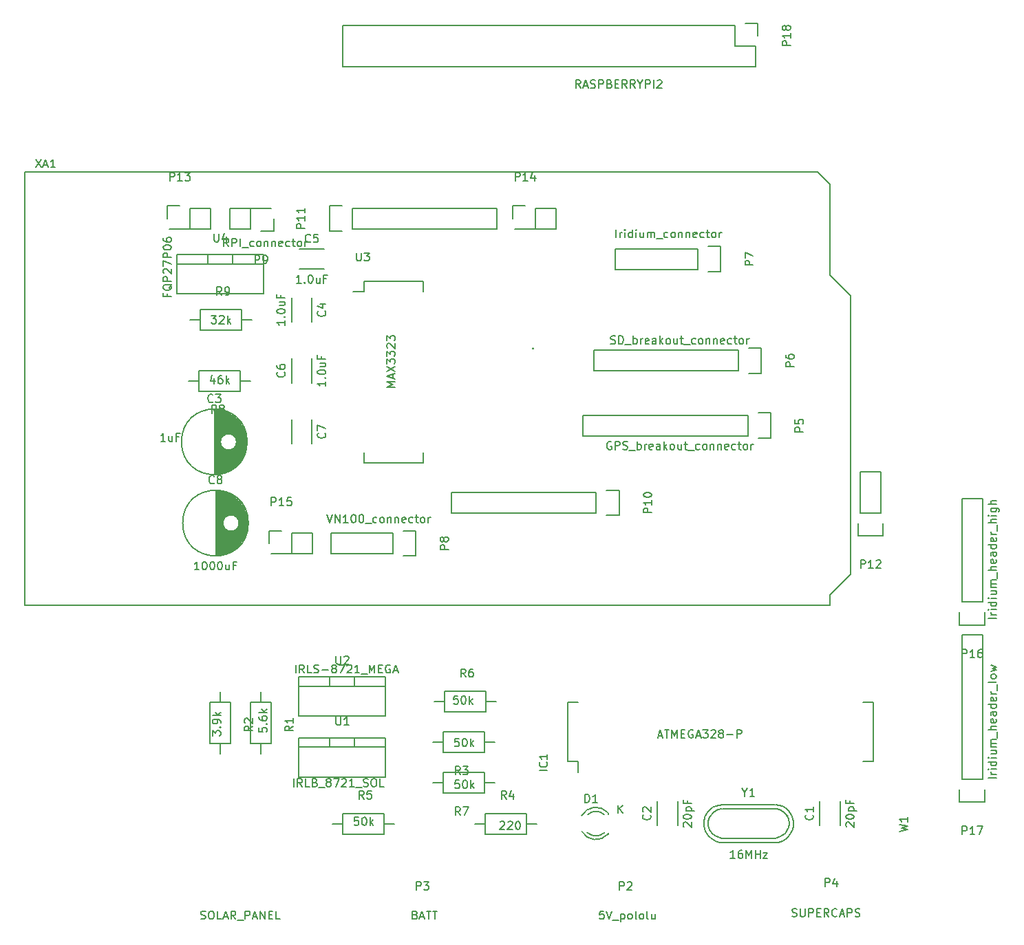
<source format=gto>
G04 #@! TF.FileFunction,Legend,Top*
%FSLAX46Y46*%
G04 Gerber Fmt 4.6, Leading zero omitted, Abs format (unit mm)*
G04 Created by KiCad (PCBNEW 4.0.2+dfsg1-stable) date ma. 28. mai 2018 kl. 14.59 +0200*
%MOMM*%
G01*
G04 APERTURE LIST*
%ADD10C,0.100000*%
%ADD11C,0.150000*%
G04 APERTURE END LIST*
D10*
D11*
X148460000Y-51780000D02*
X148460000Y-105120000D01*
X247520000Y-64480000D02*
X247520000Y-53304000D01*
X250060000Y-67020000D02*
X247520000Y-64480000D01*
X250060000Y-101310000D02*
X250060000Y-67020000D01*
X247520000Y-103850000D02*
X250060000Y-101310000D01*
X247520000Y-105120000D02*
X247520000Y-103850000D01*
X245996000Y-51780000D02*
X247520000Y-53304000D01*
X148460000Y-105120000D02*
X247520000Y-105120000D01*
X148460000Y-51780000D02*
X245996000Y-51780000D01*
X246250000Y-132250000D02*
X246250000Y-129250000D01*
X248750000Y-129250000D02*
X248750000Y-132250000D01*
X226250000Y-132250000D02*
X226250000Y-129250000D01*
X228750000Y-129250000D02*
X228750000Y-132250000D01*
X171825000Y-81001000D02*
X171825000Y-88999000D01*
X171965000Y-81006000D02*
X171965000Y-88994000D01*
X172105000Y-81016000D02*
X172105000Y-88984000D01*
X172245000Y-81031000D02*
X172245000Y-88969000D01*
X172385000Y-81051000D02*
X172385000Y-88949000D01*
X172525000Y-81076000D02*
X172525000Y-84778000D01*
X172525000Y-85222000D02*
X172525000Y-88924000D01*
X172665000Y-81106000D02*
X172665000Y-84450000D01*
X172665000Y-85550000D02*
X172665000Y-88894000D01*
X172805000Y-81142000D02*
X172805000Y-84281000D01*
X172805000Y-85719000D02*
X172805000Y-88858000D01*
X172945000Y-81183000D02*
X172945000Y-84168000D01*
X172945000Y-85832000D02*
X172945000Y-88817000D01*
X173085000Y-81229000D02*
X173085000Y-84090000D01*
X173085000Y-85910000D02*
X173085000Y-88771000D01*
X173225000Y-81282000D02*
X173225000Y-84039000D01*
X173225000Y-85961000D02*
X173225000Y-88718000D01*
X173365000Y-81341000D02*
X173365000Y-84009000D01*
X173365000Y-85991000D02*
X173365000Y-88659000D01*
X173505000Y-81406000D02*
X173505000Y-84000000D01*
X173505000Y-86000000D02*
X173505000Y-88594000D01*
X173645000Y-81477000D02*
X173645000Y-84011000D01*
X173645000Y-85989000D02*
X173645000Y-88523000D01*
X173785000Y-81556000D02*
X173785000Y-84041000D01*
X173785000Y-85959000D02*
X173785000Y-88444000D01*
X173925000Y-81643000D02*
X173925000Y-84095000D01*
X173925000Y-85905000D02*
X173925000Y-88357000D01*
X174065000Y-81738000D02*
X174065000Y-84175000D01*
X174065000Y-85825000D02*
X174065000Y-88262000D01*
X174205000Y-81842000D02*
X174205000Y-84291000D01*
X174205000Y-85709000D02*
X174205000Y-88158000D01*
X174345000Y-81956000D02*
X174345000Y-84465000D01*
X174345000Y-85535000D02*
X174345000Y-88044000D01*
X174485000Y-82081000D02*
X174485000Y-84827000D01*
X174485000Y-85173000D02*
X174485000Y-87919000D01*
X174625000Y-82219000D02*
X174625000Y-87781000D01*
X174765000Y-82371000D02*
X174765000Y-87629000D01*
X174905000Y-82541000D02*
X174905000Y-87459000D01*
X175045000Y-82732000D02*
X175045000Y-87268000D01*
X175185000Y-82950000D02*
X175185000Y-87050000D01*
X175325000Y-83206000D02*
X175325000Y-86794000D01*
X175465000Y-83517000D02*
X175465000Y-86483000D01*
X175605000Y-83933000D02*
X175605000Y-86067000D01*
X175745000Y-84800000D02*
X175745000Y-85200000D01*
X174500000Y-85000000D02*
G75*
G03X174500000Y-85000000I-1000000J0D01*
G01*
X175787500Y-85000000D02*
G75*
G03X175787500Y-85000000I-4037500J0D01*
G01*
X183750000Y-67250000D02*
X183750000Y-70250000D01*
X181250000Y-70250000D02*
X181250000Y-67250000D01*
X182250000Y-61250000D02*
X185250000Y-61250000D01*
X185250000Y-63750000D02*
X182250000Y-63750000D01*
X181250000Y-77750000D02*
X181250000Y-74750000D01*
X183750000Y-74750000D02*
X183750000Y-77750000D01*
X183750000Y-82250000D02*
X183750000Y-85250000D01*
X181250000Y-85250000D02*
X181250000Y-82250000D01*
X171975000Y-91001000D02*
X171975000Y-98999000D01*
X172115000Y-91006000D02*
X172115000Y-98994000D01*
X172255000Y-91016000D02*
X172255000Y-98984000D01*
X172395000Y-91031000D02*
X172395000Y-98969000D01*
X172535000Y-91051000D02*
X172535000Y-98949000D01*
X172675000Y-91076000D02*
X172675000Y-98924000D01*
X172815000Y-91106000D02*
X172815000Y-94827000D01*
X172815000Y-95173000D02*
X172815000Y-98894000D01*
X172955000Y-91142000D02*
X172955000Y-94465000D01*
X172955000Y-95535000D02*
X172955000Y-98858000D01*
X173095000Y-91183000D02*
X173095000Y-94291000D01*
X173095000Y-95709000D02*
X173095000Y-98817000D01*
X173235000Y-91229000D02*
X173235000Y-94175000D01*
X173235000Y-95825000D02*
X173235000Y-98771000D01*
X173375000Y-91282000D02*
X173375000Y-94095000D01*
X173375000Y-95905000D02*
X173375000Y-98718000D01*
X173515000Y-91341000D02*
X173515000Y-94041000D01*
X173515000Y-95959000D02*
X173515000Y-98659000D01*
X173655000Y-91406000D02*
X173655000Y-94011000D01*
X173655000Y-95989000D02*
X173655000Y-98594000D01*
X173795000Y-91477000D02*
X173795000Y-94000000D01*
X173795000Y-96000000D02*
X173795000Y-98523000D01*
X173935000Y-91556000D02*
X173935000Y-94009000D01*
X173935000Y-95991000D02*
X173935000Y-98444000D01*
X174075000Y-91643000D02*
X174075000Y-94039000D01*
X174075000Y-95961000D02*
X174075000Y-98357000D01*
X174215000Y-91738000D02*
X174215000Y-94090000D01*
X174215000Y-95910000D02*
X174215000Y-98262000D01*
X174355000Y-91842000D02*
X174355000Y-94168000D01*
X174355000Y-95832000D02*
X174355000Y-98158000D01*
X174495000Y-91956000D02*
X174495000Y-94281000D01*
X174495000Y-95719000D02*
X174495000Y-98044000D01*
X174635000Y-92081000D02*
X174635000Y-94450000D01*
X174635000Y-95550000D02*
X174635000Y-97919000D01*
X174775000Y-92219000D02*
X174775000Y-94778000D01*
X174775000Y-95222000D02*
X174775000Y-97781000D01*
X174915000Y-92371000D02*
X174915000Y-97629000D01*
X175055000Y-92541000D02*
X175055000Y-97459000D01*
X175195000Y-92732000D02*
X175195000Y-97268000D01*
X175335000Y-92950000D02*
X175335000Y-97050000D01*
X175475000Y-93206000D02*
X175475000Y-96794000D01*
X175615000Y-93517000D02*
X175615000Y-96483000D01*
X175755000Y-93933000D02*
X175755000Y-96067000D01*
X175895000Y-94800000D02*
X175895000Y-95200000D01*
X174800000Y-95000000D02*
G75*
G03X174800000Y-95000000I-1000000J0D01*
G01*
X175937500Y-95000000D02*
G75*
G03X175937500Y-95000000I-4037500J0D01*
G01*
X220199000Y-130686000D02*
X220199000Y-130886000D01*
X220199000Y-133280000D02*
X220199000Y-133100000D01*
X216971256Y-132969643D02*
G75*
G03X220199000Y-133286000I1727744J1003643D01*
G01*
X217646994Y-133099068D02*
G75*
G03X219750000Y-133100000I1052006J1133068D01*
G01*
X220186220Y-130659274D02*
G75*
G03X216949000Y-131006000I-1497220J-1306726D01*
G01*
X219712889Y-130886747D02*
G75*
G03X217665000Y-130906000I-1013889J-1079253D01*
G01*
X215205000Y-124365000D02*
X216475000Y-124365000D01*
X215205000Y-117015000D02*
X216475000Y-117015000D01*
X252815000Y-117015000D02*
X251545000Y-117015000D01*
X252815000Y-124365000D02*
X251545000Y-124365000D01*
X215205000Y-124365000D02*
X215205000Y-117015000D01*
X252815000Y-124365000D02*
X252815000Y-117015000D01*
X216475000Y-124365000D02*
X216475000Y-125650000D01*
X237390000Y-84270000D02*
X217070000Y-84270000D01*
X217070000Y-84270000D02*
X217070000Y-81730000D01*
X217070000Y-81730000D02*
X237390000Y-81730000D01*
X240210000Y-84550000D02*
X238660000Y-84550000D01*
X237390000Y-84270000D02*
X237390000Y-81730000D01*
X238660000Y-81450000D02*
X240210000Y-81450000D01*
X240210000Y-81450000D02*
X240210000Y-84550000D01*
X236230000Y-76270000D02*
X218450000Y-76270000D01*
X218450000Y-76270000D02*
X218450000Y-73730000D01*
X218450000Y-73730000D02*
X236230000Y-73730000D01*
X239050000Y-76550000D02*
X237500000Y-76550000D01*
X236230000Y-76270000D02*
X236230000Y-73730000D01*
X237500000Y-73450000D02*
X239050000Y-73450000D01*
X239050000Y-73450000D02*
X239050000Y-76550000D01*
X232500000Y-60950000D02*
X234050000Y-60950000D01*
X234050000Y-60950000D02*
X234050000Y-64050000D01*
X234050000Y-64050000D02*
X232500000Y-64050000D01*
X231230000Y-63770000D02*
X221070000Y-63770000D01*
X221070000Y-63770000D02*
X221070000Y-61230000D01*
X221070000Y-61230000D02*
X231230000Y-61230000D01*
X231230000Y-63770000D02*
X231230000Y-61230000D01*
X193730000Y-96230000D02*
X186110000Y-96230000D01*
X193730000Y-98770000D02*
X186110000Y-98770000D01*
X196550000Y-99050000D02*
X195000000Y-99050000D01*
X186110000Y-96230000D02*
X186110000Y-98770000D01*
X193730000Y-98770000D02*
X193730000Y-96230000D01*
X195000000Y-95950000D02*
X196550000Y-95950000D01*
X196550000Y-95950000D02*
X196550000Y-99050000D01*
X179050000Y-57500000D02*
X179050000Y-59050000D01*
X177500000Y-59050000D02*
X179050000Y-59050000D01*
X178770000Y-56230000D02*
X176230000Y-56230000D01*
X173690000Y-58770000D02*
X176230000Y-58770000D01*
X176230000Y-58770000D02*
X176230000Y-56230000D01*
X176230000Y-56230000D02*
X173690000Y-56230000D01*
X173690000Y-56230000D02*
X173690000Y-58770000D01*
X218730000Y-93770000D02*
X200950000Y-93770000D01*
X200950000Y-93770000D02*
X200950000Y-91230000D01*
X200950000Y-91230000D02*
X218730000Y-91230000D01*
X221550000Y-94050000D02*
X220000000Y-94050000D01*
X218730000Y-93770000D02*
X218730000Y-91230000D01*
X220000000Y-90950000D02*
X221550000Y-90950000D01*
X221550000Y-90950000D02*
X221550000Y-94050000D01*
X188770000Y-56230000D02*
X206550000Y-56230000D01*
X206550000Y-56230000D02*
X206550000Y-58770000D01*
X206550000Y-58770000D02*
X188770000Y-58770000D01*
X185950000Y-55950000D02*
X187500000Y-55950000D01*
X188770000Y-56230000D02*
X188770000Y-58770000D01*
X187500000Y-59050000D02*
X185950000Y-59050000D01*
X185950000Y-59050000D02*
X185950000Y-55950000D01*
X253770000Y-93730000D02*
X253770000Y-88650000D01*
X253770000Y-88650000D02*
X251230000Y-88650000D01*
X251230000Y-88650000D02*
X251230000Y-93730000D01*
X250950000Y-96550000D02*
X250950000Y-95000000D01*
X251230000Y-93730000D02*
X253770000Y-93730000D01*
X254050000Y-95000000D02*
X254050000Y-96550000D01*
X254050000Y-96550000D02*
X250950000Y-96550000D01*
X165950000Y-57500000D02*
X165950000Y-55950000D01*
X167500000Y-55950000D02*
X165950000Y-55950000D01*
X166230000Y-58770000D02*
X168770000Y-58770000D01*
X171310000Y-56230000D02*
X168770000Y-56230000D01*
X168770000Y-56230000D02*
X168770000Y-58770000D01*
X168770000Y-58770000D02*
X171310000Y-58770000D01*
X171310000Y-58770000D02*
X171310000Y-56230000D01*
X208450000Y-57500000D02*
X208450000Y-55950000D01*
X210000000Y-55950000D02*
X208450000Y-55950000D01*
X208730000Y-58770000D02*
X211270000Y-58770000D01*
X213810000Y-56230000D02*
X211270000Y-56230000D01*
X211270000Y-56230000D02*
X211270000Y-58770000D01*
X211270000Y-58770000D02*
X213810000Y-58770000D01*
X213810000Y-58770000D02*
X213810000Y-56230000D01*
X178450000Y-97500000D02*
X178450000Y-95950000D01*
X180000000Y-95950000D02*
X178450000Y-95950000D01*
X178730000Y-98770000D02*
X181270000Y-98770000D01*
X183810000Y-96230000D02*
X181270000Y-96230000D01*
X181270000Y-96230000D02*
X181270000Y-98770000D01*
X181270000Y-98770000D02*
X183810000Y-98770000D01*
X183810000Y-98770000D02*
X183810000Y-96230000D01*
X178770000Y-117040000D02*
X178770000Y-122120000D01*
X178770000Y-122120000D02*
X176230000Y-122120000D01*
X176230000Y-122120000D02*
X176230000Y-117040000D01*
X176230000Y-117040000D02*
X178770000Y-117040000D01*
X177500000Y-117040000D02*
X177500000Y-115770000D01*
X177500000Y-122120000D02*
X177500000Y-123390000D01*
X173770000Y-117040000D02*
X173770000Y-122120000D01*
X173770000Y-122120000D02*
X171230000Y-122120000D01*
X171230000Y-122120000D02*
X171230000Y-117040000D01*
X171230000Y-117040000D02*
X173770000Y-117040000D01*
X172500000Y-117040000D02*
X172500000Y-115770000D01*
X172500000Y-122120000D02*
X172500000Y-123390000D01*
X204960000Y-123270000D02*
X199880000Y-123270000D01*
X199880000Y-123270000D02*
X199880000Y-120730000D01*
X199880000Y-120730000D02*
X204960000Y-120730000D01*
X204960000Y-120730000D02*
X204960000Y-123270000D01*
X204960000Y-122000000D02*
X206230000Y-122000000D01*
X199880000Y-122000000D02*
X198610000Y-122000000D01*
X205040000Y-130730000D02*
X210120000Y-130730000D01*
X210120000Y-130730000D02*
X210120000Y-133270000D01*
X210120000Y-133270000D02*
X205040000Y-133270000D01*
X205040000Y-133270000D02*
X205040000Y-130730000D01*
X205040000Y-132000000D02*
X203770000Y-132000000D01*
X210120000Y-132000000D02*
X211390000Y-132000000D01*
X187540000Y-130730000D02*
X192620000Y-130730000D01*
X192620000Y-130730000D02*
X192620000Y-133270000D01*
X192620000Y-133270000D02*
X187540000Y-133270000D01*
X187540000Y-133270000D02*
X187540000Y-130730000D01*
X187540000Y-132000000D02*
X186270000Y-132000000D01*
X192620000Y-132000000D02*
X193890000Y-132000000D01*
X200040000Y-115730000D02*
X205120000Y-115730000D01*
X205120000Y-115730000D02*
X205120000Y-118270000D01*
X205120000Y-118270000D02*
X200040000Y-118270000D01*
X200040000Y-118270000D02*
X200040000Y-115730000D01*
X200040000Y-117000000D02*
X198770000Y-117000000D01*
X205120000Y-117000000D02*
X206390000Y-117000000D01*
X204960000Y-128270000D02*
X199880000Y-128270000D01*
X199880000Y-128270000D02*
X199880000Y-125730000D01*
X199880000Y-125730000D02*
X204960000Y-125730000D01*
X204960000Y-125730000D02*
X204960000Y-128270000D01*
X204960000Y-127000000D02*
X206230000Y-127000000D01*
X199880000Y-127000000D02*
X198610000Y-127000000D01*
X174960000Y-78770000D02*
X169880000Y-78770000D01*
X169880000Y-78770000D02*
X169880000Y-76230000D01*
X169880000Y-76230000D02*
X174960000Y-76230000D01*
X174960000Y-76230000D02*
X174960000Y-78770000D01*
X174960000Y-77500000D02*
X176230000Y-77500000D01*
X169880000Y-77500000D02*
X168610000Y-77500000D01*
X170040000Y-68730000D02*
X175120000Y-68730000D01*
X175120000Y-68730000D02*
X175120000Y-71270000D01*
X175120000Y-71270000D02*
X170040000Y-71270000D01*
X170040000Y-71270000D02*
X170040000Y-68730000D01*
X170040000Y-70000000D02*
X168770000Y-70000000D01*
X175120000Y-70000000D02*
X176390000Y-70000000D01*
X185976000Y-121452000D02*
X185976000Y-122595000D01*
X189024000Y-121452000D02*
X189024000Y-122595000D01*
X192834000Y-122595000D02*
X192834000Y-126278000D01*
X192834000Y-126278000D02*
X182166000Y-126278000D01*
X182166000Y-126278000D02*
X182166000Y-122595000D01*
X192834000Y-121452000D02*
X192834000Y-122595000D01*
X192834000Y-122595000D02*
X182166000Y-122595000D01*
X182166000Y-122595000D02*
X182166000Y-121452000D01*
X187500000Y-121452000D02*
X182166000Y-121452000D01*
X187500000Y-121452000D02*
X192834000Y-121452000D01*
X185976000Y-113952000D02*
X185976000Y-115095000D01*
X189024000Y-113952000D02*
X189024000Y-115095000D01*
X192834000Y-115095000D02*
X192834000Y-118778000D01*
X192834000Y-118778000D02*
X182166000Y-118778000D01*
X182166000Y-118778000D02*
X182166000Y-115095000D01*
X192834000Y-113952000D02*
X192834000Y-115095000D01*
X192834000Y-115095000D02*
X182166000Y-115095000D01*
X182166000Y-115095000D02*
X182166000Y-113952000D01*
X187500000Y-113952000D02*
X182166000Y-113952000D01*
X187500000Y-113952000D02*
X192834000Y-113952000D01*
X190135000Y-65205000D02*
X190135000Y-66475000D01*
X197485000Y-65205000D02*
X197485000Y-66475000D01*
X197485000Y-87575000D02*
X197485000Y-86305000D01*
X190135000Y-87575000D02*
X190135000Y-86305000D01*
X190135000Y-65205000D02*
X197485000Y-65205000D01*
X190135000Y-87575000D02*
X197485000Y-87575000D01*
X190135000Y-66475000D02*
X188850000Y-66475000D01*
X170976000Y-61952000D02*
X170976000Y-63095000D01*
X174024000Y-61952000D02*
X174024000Y-63095000D01*
X177834000Y-63095000D02*
X177834000Y-66778000D01*
X177834000Y-66778000D02*
X167166000Y-66778000D01*
X167166000Y-66778000D02*
X167166000Y-63095000D01*
X177834000Y-61952000D02*
X177834000Y-63095000D01*
X177834000Y-63095000D02*
X167166000Y-63095000D01*
X167166000Y-63095000D02*
X167166000Y-61952000D01*
X172500000Y-61952000D02*
X167166000Y-61952000D01*
X172500000Y-61952000D02*
X177834000Y-61952000D01*
X242199000Y-130999240D02*
X242399660Y-131400560D01*
X242399660Y-131400560D02*
X242501260Y-132000000D01*
X242501260Y-132000000D02*
X242399660Y-132500380D01*
X242399660Y-132500380D02*
X242000880Y-133198880D01*
X242000880Y-133198880D02*
X241398900Y-133600200D01*
X241398900Y-133600200D02*
X240799460Y-133800860D01*
X240799460Y-133800860D02*
X234200540Y-133800860D01*
X234200540Y-133800860D02*
X233499500Y-133600200D01*
X233499500Y-133600200D02*
X233100720Y-133300480D01*
X233100720Y-133300480D02*
X232699400Y-132800100D01*
X232699400Y-132800100D02*
X232498740Y-132200660D01*
X232498740Y-132200660D02*
X232498740Y-131700280D01*
X232498740Y-131700280D02*
X232699400Y-131199900D01*
X232699400Y-131199900D02*
X233199780Y-130600460D01*
X233199780Y-130600460D02*
X233700160Y-130300740D01*
X233700160Y-130300740D02*
X234200540Y-130199140D01*
X234299600Y-130199140D02*
X240901060Y-130199140D01*
X240901060Y-130199140D02*
X241299840Y-130300740D01*
X241299840Y-130300740D02*
X241800220Y-130600460D01*
X241800220Y-130600460D02*
X242300600Y-131100840D01*
X234309760Y-129670820D02*
X233850020Y-129719080D01*
X233850020Y-129719080D02*
X233451240Y-129830840D01*
X233451240Y-129830840D02*
X233019440Y-130049280D01*
X233019440Y-130049280D02*
X232729880Y-130280420D01*
X232729880Y-130280420D02*
X232399680Y-130630940D01*
X232399680Y-130630940D02*
X232110120Y-131169420D01*
X232110120Y-131169420D02*
X231980580Y-131768860D01*
X231980580Y-131768860D02*
X231980580Y-132279400D01*
X231980580Y-132279400D02*
X232150760Y-132980440D01*
X232150760Y-132980440D02*
X232549540Y-133569720D01*
X232549540Y-133569720D02*
X233009280Y-133940560D01*
X233009280Y-133940560D02*
X233430920Y-134148840D01*
X233430920Y-134148840D02*
X233880500Y-134308860D01*
X233880500Y-134308860D02*
X234319920Y-134339340D01*
X241660520Y-134120900D02*
X242038980Y-133899920D01*
X242038980Y-133899920D02*
X242359020Y-133620520D01*
X242359020Y-133620520D02*
X242610480Y-133290320D01*
X242610480Y-133290320D02*
X242910200Y-132739140D01*
X242910200Y-132739140D02*
X243019420Y-132269240D01*
X243019420Y-132269240D02*
X243039740Y-131809500D01*
X243039740Y-131809500D02*
X242950840Y-131349760D01*
X242950840Y-131349760D02*
X242760340Y-130900180D01*
X242760340Y-130900180D02*
X242399660Y-130430280D01*
X242399660Y-130430280D02*
X242049140Y-130110240D01*
X242049140Y-130110240D02*
X241660520Y-129879100D01*
X241660520Y-129879100D02*
X241231260Y-129739400D01*
X241231260Y-129739400D02*
X240789300Y-129670820D01*
X234299600Y-134329180D02*
X240751200Y-134329180D01*
X240751200Y-134329180D02*
X241170300Y-134291080D01*
X241170300Y-134291080D02*
X241660520Y-134120900D01*
X234299600Y-129670820D02*
X240751200Y-129670820D01*
X263730000Y-104730000D02*
X263730000Y-92030000D01*
X263730000Y-92030000D02*
X266270000Y-92030000D01*
X266270000Y-92030000D02*
X266270000Y-104730000D01*
X263450000Y-107550000D02*
X263450000Y-106000000D01*
X263730000Y-104730000D02*
X266270000Y-104730000D01*
X266550000Y-106000000D02*
X266550000Y-107550000D01*
X266550000Y-107550000D02*
X263450000Y-107550000D01*
X263730000Y-126510000D02*
X263730000Y-108730000D01*
X263730000Y-108730000D02*
X266270000Y-108730000D01*
X266270000Y-108730000D02*
X266270000Y-126510000D01*
X263450000Y-129330000D02*
X263450000Y-127780000D01*
X263730000Y-126510000D02*
X266270000Y-126510000D01*
X266550000Y-127780000D02*
X266550000Y-129330000D01*
X266550000Y-129330000D02*
X263450000Y-129330000D01*
X187550000Y-38810000D02*
X238350000Y-38810000D01*
X235810000Y-33730000D02*
X187550000Y-33730000D01*
X187550000Y-38810000D02*
X187550000Y-33730000D01*
X238350000Y-38810000D02*
X238350000Y-36270000D01*
X238630000Y-35000000D02*
X238630000Y-33450000D01*
X238350000Y-36270000D02*
X235810000Y-36270000D01*
X235810000Y-36270000D02*
X235810000Y-33730000D01*
X238630000Y-33450000D02*
X237080000Y-33450000D01*
X149761905Y-50216381D02*
X150428572Y-51216381D01*
X150428572Y-50216381D02*
X149761905Y-51216381D01*
X150761905Y-50930667D02*
X151238096Y-50930667D01*
X150666667Y-51216381D02*
X151000000Y-50216381D01*
X151333334Y-51216381D01*
X152190477Y-51216381D02*
X151619048Y-51216381D01*
X151904762Y-51216381D02*
X151904762Y-50216381D01*
X151809524Y-50359238D01*
X151714286Y-50454476D01*
X151619048Y-50502095D01*
X210944000Y-73473143D02*
X210991619Y-73520762D01*
X210944000Y-73568381D01*
X210896381Y-73520762D01*
X210944000Y-73473143D01*
X210944000Y-73568381D01*
X245357143Y-130916666D02*
X245404762Y-130964285D01*
X245452381Y-131107142D01*
X245452381Y-131202380D01*
X245404762Y-131345238D01*
X245309524Y-131440476D01*
X245214286Y-131488095D01*
X245023810Y-131535714D01*
X244880952Y-131535714D01*
X244690476Y-131488095D01*
X244595238Y-131440476D01*
X244500000Y-131345238D01*
X244452381Y-131202380D01*
X244452381Y-131107142D01*
X244500000Y-130964285D01*
X244547619Y-130916666D01*
X245452381Y-129964285D02*
X245452381Y-130535714D01*
X245452381Y-130250000D02*
X244452381Y-130250000D01*
X244595238Y-130345238D01*
X244690476Y-130440476D01*
X244738095Y-130535714D01*
X249547619Y-132392857D02*
X249500000Y-132345238D01*
X249452381Y-132250000D01*
X249452381Y-132011904D01*
X249500000Y-131916666D01*
X249547619Y-131869047D01*
X249642857Y-131821428D01*
X249738095Y-131821428D01*
X249880952Y-131869047D01*
X250452381Y-132440476D01*
X250452381Y-131821428D01*
X249452381Y-131202381D02*
X249452381Y-131107142D01*
X249500000Y-131011904D01*
X249547619Y-130964285D01*
X249642857Y-130916666D01*
X249833333Y-130869047D01*
X250071429Y-130869047D01*
X250261905Y-130916666D01*
X250357143Y-130964285D01*
X250404762Y-131011904D01*
X250452381Y-131107142D01*
X250452381Y-131202381D01*
X250404762Y-131297619D01*
X250357143Y-131345238D01*
X250261905Y-131392857D01*
X250071429Y-131440476D01*
X249833333Y-131440476D01*
X249642857Y-131392857D01*
X249547619Y-131345238D01*
X249500000Y-131297619D01*
X249452381Y-131202381D01*
X249785714Y-130440476D02*
X250785714Y-130440476D01*
X249833333Y-130440476D02*
X249785714Y-130345238D01*
X249785714Y-130154761D01*
X249833333Y-130059523D01*
X249880952Y-130011904D01*
X249976190Y-129964285D01*
X250261905Y-129964285D01*
X250357143Y-130011904D01*
X250404762Y-130059523D01*
X250452381Y-130154761D01*
X250452381Y-130345238D01*
X250404762Y-130440476D01*
X249928571Y-129202380D02*
X249928571Y-129535714D01*
X250452381Y-129535714D02*
X249452381Y-129535714D01*
X249452381Y-129059523D01*
X225357143Y-130916666D02*
X225404762Y-130964285D01*
X225452381Y-131107142D01*
X225452381Y-131202380D01*
X225404762Y-131345238D01*
X225309524Y-131440476D01*
X225214286Y-131488095D01*
X225023810Y-131535714D01*
X224880952Y-131535714D01*
X224690476Y-131488095D01*
X224595238Y-131440476D01*
X224500000Y-131345238D01*
X224452381Y-131202380D01*
X224452381Y-131107142D01*
X224500000Y-130964285D01*
X224547619Y-130916666D01*
X224547619Y-130535714D02*
X224500000Y-130488095D01*
X224452381Y-130392857D01*
X224452381Y-130154761D01*
X224500000Y-130059523D01*
X224547619Y-130011904D01*
X224642857Y-129964285D01*
X224738095Y-129964285D01*
X224880952Y-130011904D01*
X225452381Y-130583333D01*
X225452381Y-129964285D01*
X229547619Y-132392857D02*
X229500000Y-132345238D01*
X229452381Y-132250000D01*
X229452381Y-132011904D01*
X229500000Y-131916666D01*
X229547619Y-131869047D01*
X229642857Y-131821428D01*
X229738095Y-131821428D01*
X229880952Y-131869047D01*
X230452381Y-132440476D01*
X230452381Y-131821428D01*
X229452381Y-131202381D02*
X229452381Y-131107142D01*
X229500000Y-131011904D01*
X229547619Y-130964285D01*
X229642857Y-130916666D01*
X229833333Y-130869047D01*
X230071429Y-130869047D01*
X230261905Y-130916666D01*
X230357143Y-130964285D01*
X230404762Y-131011904D01*
X230452381Y-131107142D01*
X230452381Y-131202381D01*
X230404762Y-131297619D01*
X230357143Y-131345238D01*
X230261905Y-131392857D01*
X230071429Y-131440476D01*
X229833333Y-131440476D01*
X229642857Y-131392857D01*
X229547619Y-131345238D01*
X229500000Y-131297619D01*
X229452381Y-131202381D01*
X229785714Y-130440476D02*
X230785714Y-130440476D01*
X229833333Y-130440476D02*
X229785714Y-130345238D01*
X229785714Y-130154761D01*
X229833333Y-130059523D01*
X229880952Y-130011904D01*
X229976190Y-129964285D01*
X230261905Y-129964285D01*
X230357143Y-130011904D01*
X230404762Y-130059523D01*
X230452381Y-130154761D01*
X230452381Y-130345238D01*
X230404762Y-130440476D01*
X229928571Y-129202380D02*
X229928571Y-129535714D01*
X230452381Y-129535714D02*
X229452381Y-129535714D01*
X229452381Y-129059523D01*
X171583334Y-80057143D02*
X171535715Y-80104762D01*
X171392858Y-80152381D01*
X171297620Y-80152381D01*
X171154762Y-80104762D01*
X171059524Y-80009524D01*
X171011905Y-79914286D01*
X170964286Y-79723810D01*
X170964286Y-79580952D01*
X171011905Y-79390476D01*
X171059524Y-79295238D01*
X171154762Y-79200000D01*
X171297620Y-79152381D01*
X171392858Y-79152381D01*
X171535715Y-79200000D01*
X171583334Y-79247619D01*
X171916667Y-79152381D02*
X172535715Y-79152381D01*
X172202381Y-79533333D01*
X172345239Y-79533333D01*
X172440477Y-79580952D01*
X172488096Y-79628571D01*
X172535715Y-79723810D01*
X172535715Y-79961905D01*
X172488096Y-80057143D01*
X172440477Y-80104762D01*
X172345239Y-80152381D01*
X172059524Y-80152381D01*
X171964286Y-80104762D01*
X171916667Y-80057143D01*
X165729762Y-84927381D02*
X165158333Y-84927381D01*
X165444047Y-84927381D02*
X165444047Y-83927381D01*
X165348809Y-84070238D01*
X165253571Y-84165476D01*
X165158333Y-84213095D01*
X166586905Y-84260714D02*
X166586905Y-84927381D01*
X166158333Y-84260714D02*
X166158333Y-84784524D01*
X166205952Y-84879762D01*
X166301190Y-84927381D01*
X166444048Y-84927381D01*
X166539286Y-84879762D01*
X166586905Y-84832143D01*
X167396429Y-84403571D02*
X167063095Y-84403571D01*
X167063095Y-84927381D02*
X167063095Y-83927381D01*
X167539286Y-83927381D01*
X185357143Y-68916666D02*
X185404762Y-68964285D01*
X185452381Y-69107142D01*
X185452381Y-69202380D01*
X185404762Y-69345238D01*
X185309524Y-69440476D01*
X185214286Y-69488095D01*
X185023810Y-69535714D01*
X184880952Y-69535714D01*
X184690476Y-69488095D01*
X184595238Y-69440476D01*
X184500000Y-69345238D01*
X184452381Y-69202380D01*
X184452381Y-69107142D01*
X184500000Y-68964285D01*
X184547619Y-68916666D01*
X184785714Y-68059523D02*
X185452381Y-68059523D01*
X184404762Y-68297619D02*
X185119048Y-68535714D01*
X185119048Y-67916666D01*
X180452381Y-70059523D02*
X180452381Y-70630952D01*
X180452381Y-70345238D02*
X179452381Y-70345238D01*
X179595238Y-70440476D01*
X179690476Y-70535714D01*
X179738095Y-70630952D01*
X180357143Y-69630952D02*
X180404762Y-69583333D01*
X180452381Y-69630952D01*
X180404762Y-69678571D01*
X180357143Y-69630952D01*
X180452381Y-69630952D01*
X179452381Y-68964286D02*
X179452381Y-68869047D01*
X179500000Y-68773809D01*
X179547619Y-68726190D01*
X179642857Y-68678571D01*
X179833333Y-68630952D01*
X180071429Y-68630952D01*
X180261905Y-68678571D01*
X180357143Y-68726190D01*
X180404762Y-68773809D01*
X180452381Y-68869047D01*
X180452381Y-68964286D01*
X180404762Y-69059524D01*
X180357143Y-69107143D01*
X180261905Y-69154762D01*
X180071429Y-69202381D01*
X179833333Y-69202381D01*
X179642857Y-69154762D01*
X179547619Y-69107143D01*
X179500000Y-69059524D01*
X179452381Y-68964286D01*
X179785714Y-67773809D02*
X180452381Y-67773809D01*
X179785714Y-68202381D02*
X180309524Y-68202381D01*
X180404762Y-68154762D01*
X180452381Y-68059524D01*
X180452381Y-67916666D01*
X180404762Y-67821428D01*
X180357143Y-67773809D01*
X179928571Y-66964285D02*
X179928571Y-67297619D01*
X180452381Y-67297619D02*
X179452381Y-67297619D01*
X179452381Y-66821428D01*
X183583334Y-60357143D02*
X183535715Y-60404762D01*
X183392858Y-60452381D01*
X183297620Y-60452381D01*
X183154762Y-60404762D01*
X183059524Y-60309524D01*
X183011905Y-60214286D01*
X182964286Y-60023810D01*
X182964286Y-59880952D01*
X183011905Y-59690476D01*
X183059524Y-59595238D01*
X183154762Y-59500000D01*
X183297620Y-59452381D01*
X183392858Y-59452381D01*
X183535715Y-59500000D01*
X183583334Y-59547619D01*
X184488096Y-59452381D02*
X184011905Y-59452381D01*
X183964286Y-59928571D01*
X184011905Y-59880952D01*
X184107143Y-59833333D01*
X184345239Y-59833333D01*
X184440477Y-59880952D01*
X184488096Y-59928571D01*
X184535715Y-60023810D01*
X184535715Y-60261905D01*
X184488096Y-60357143D01*
X184440477Y-60404762D01*
X184345239Y-60452381D01*
X184107143Y-60452381D01*
X184011905Y-60404762D01*
X183964286Y-60357143D01*
X182440477Y-65452381D02*
X181869048Y-65452381D01*
X182154762Y-65452381D02*
X182154762Y-64452381D01*
X182059524Y-64595238D01*
X181964286Y-64690476D01*
X181869048Y-64738095D01*
X182869048Y-65357143D02*
X182916667Y-65404762D01*
X182869048Y-65452381D01*
X182821429Y-65404762D01*
X182869048Y-65357143D01*
X182869048Y-65452381D01*
X183535714Y-64452381D02*
X183630953Y-64452381D01*
X183726191Y-64500000D01*
X183773810Y-64547619D01*
X183821429Y-64642857D01*
X183869048Y-64833333D01*
X183869048Y-65071429D01*
X183821429Y-65261905D01*
X183773810Y-65357143D01*
X183726191Y-65404762D01*
X183630953Y-65452381D01*
X183535714Y-65452381D01*
X183440476Y-65404762D01*
X183392857Y-65357143D01*
X183345238Y-65261905D01*
X183297619Y-65071429D01*
X183297619Y-64833333D01*
X183345238Y-64642857D01*
X183392857Y-64547619D01*
X183440476Y-64500000D01*
X183535714Y-64452381D01*
X184726191Y-64785714D02*
X184726191Y-65452381D01*
X184297619Y-64785714D02*
X184297619Y-65309524D01*
X184345238Y-65404762D01*
X184440476Y-65452381D01*
X184583334Y-65452381D01*
X184678572Y-65404762D01*
X184726191Y-65357143D01*
X185535715Y-64928571D02*
X185202381Y-64928571D01*
X185202381Y-65452381D02*
X185202381Y-64452381D01*
X185678572Y-64452381D01*
X180357143Y-76416666D02*
X180404762Y-76464285D01*
X180452381Y-76607142D01*
X180452381Y-76702380D01*
X180404762Y-76845238D01*
X180309524Y-76940476D01*
X180214286Y-76988095D01*
X180023810Y-77035714D01*
X179880952Y-77035714D01*
X179690476Y-76988095D01*
X179595238Y-76940476D01*
X179500000Y-76845238D01*
X179452381Y-76702380D01*
X179452381Y-76607142D01*
X179500000Y-76464285D01*
X179547619Y-76416666D01*
X179452381Y-75559523D02*
X179452381Y-75750000D01*
X179500000Y-75845238D01*
X179547619Y-75892857D01*
X179690476Y-75988095D01*
X179880952Y-76035714D01*
X180261905Y-76035714D01*
X180357143Y-75988095D01*
X180404762Y-75940476D01*
X180452381Y-75845238D01*
X180452381Y-75654761D01*
X180404762Y-75559523D01*
X180357143Y-75511904D01*
X180261905Y-75464285D01*
X180023810Y-75464285D01*
X179928571Y-75511904D01*
X179880952Y-75559523D01*
X179833333Y-75654761D01*
X179833333Y-75845238D01*
X179880952Y-75940476D01*
X179928571Y-75988095D01*
X180023810Y-76035714D01*
X185452381Y-77559523D02*
X185452381Y-78130952D01*
X185452381Y-77845238D02*
X184452381Y-77845238D01*
X184595238Y-77940476D01*
X184690476Y-78035714D01*
X184738095Y-78130952D01*
X185357143Y-77130952D02*
X185404762Y-77083333D01*
X185452381Y-77130952D01*
X185404762Y-77178571D01*
X185357143Y-77130952D01*
X185452381Y-77130952D01*
X184452381Y-76464286D02*
X184452381Y-76369047D01*
X184500000Y-76273809D01*
X184547619Y-76226190D01*
X184642857Y-76178571D01*
X184833333Y-76130952D01*
X185071429Y-76130952D01*
X185261905Y-76178571D01*
X185357143Y-76226190D01*
X185404762Y-76273809D01*
X185452381Y-76369047D01*
X185452381Y-76464286D01*
X185404762Y-76559524D01*
X185357143Y-76607143D01*
X185261905Y-76654762D01*
X185071429Y-76702381D01*
X184833333Y-76702381D01*
X184642857Y-76654762D01*
X184547619Y-76607143D01*
X184500000Y-76559524D01*
X184452381Y-76464286D01*
X184785714Y-75273809D02*
X185452381Y-75273809D01*
X184785714Y-75702381D02*
X185309524Y-75702381D01*
X185404762Y-75654762D01*
X185452381Y-75559524D01*
X185452381Y-75416666D01*
X185404762Y-75321428D01*
X185357143Y-75273809D01*
X184928571Y-74464285D02*
X184928571Y-74797619D01*
X185452381Y-74797619D02*
X184452381Y-74797619D01*
X184452381Y-74321428D01*
X185357143Y-83916666D02*
X185404762Y-83964285D01*
X185452381Y-84107142D01*
X185452381Y-84202380D01*
X185404762Y-84345238D01*
X185309524Y-84440476D01*
X185214286Y-84488095D01*
X185023810Y-84535714D01*
X184880952Y-84535714D01*
X184690476Y-84488095D01*
X184595238Y-84440476D01*
X184500000Y-84345238D01*
X184452381Y-84202380D01*
X184452381Y-84107142D01*
X184500000Y-83964285D01*
X184547619Y-83916666D01*
X184452381Y-83583333D02*
X184452381Y-82916666D01*
X185452381Y-83345238D01*
X171733334Y-90057143D02*
X171685715Y-90104762D01*
X171542858Y-90152381D01*
X171447620Y-90152381D01*
X171304762Y-90104762D01*
X171209524Y-90009524D01*
X171161905Y-89914286D01*
X171114286Y-89723810D01*
X171114286Y-89580952D01*
X171161905Y-89390476D01*
X171209524Y-89295238D01*
X171304762Y-89200000D01*
X171447620Y-89152381D01*
X171542858Y-89152381D01*
X171685715Y-89200000D01*
X171733334Y-89247619D01*
X172304762Y-89580952D02*
X172209524Y-89533333D01*
X172161905Y-89485714D01*
X172114286Y-89390476D01*
X172114286Y-89342857D01*
X172161905Y-89247619D01*
X172209524Y-89200000D01*
X172304762Y-89152381D01*
X172495239Y-89152381D01*
X172590477Y-89200000D01*
X172638096Y-89247619D01*
X172685715Y-89342857D01*
X172685715Y-89390476D01*
X172638096Y-89485714D01*
X172590477Y-89533333D01*
X172495239Y-89580952D01*
X172304762Y-89580952D01*
X172209524Y-89628571D01*
X172161905Y-89676190D01*
X172114286Y-89771429D01*
X172114286Y-89961905D01*
X172161905Y-90057143D01*
X172209524Y-90104762D01*
X172304762Y-90152381D01*
X172495239Y-90152381D01*
X172590477Y-90104762D01*
X172638096Y-90057143D01*
X172685715Y-89961905D01*
X172685715Y-89771429D01*
X172638096Y-89676190D01*
X172590477Y-89628571D01*
X172495239Y-89580952D01*
X169876191Y-100752381D02*
X169304762Y-100752381D01*
X169590476Y-100752381D02*
X169590476Y-99752381D01*
X169495238Y-99895238D01*
X169400000Y-99990476D01*
X169304762Y-100038095D01*
X170495238Y-99752381D02*
X170590477Y-99752381D01*
X170685715Y-99800000D01*
X170733334Y-99847619D01*
X170780953Y-99942857D01*
X170828572Y-100133333D01*
X170828572Y-100371429D01*
X170780953Y-100561905D01*
X170733334Y-100657143D01*
X170685715Y-100704762D01*
X170590477Y-100752381D01*
X170495238Y-100752381D01*
X170400000Y-100704762D01*
X170352381Y-100657143D01*
X170304762Y-100561905D01*
X170257143Y-100371429D01*
X170257143Y-100133333D01*
X170304762Y-99942857D01*
X170352381Y-99847619D01*
X170400000Y-99800000D01*
X170495238Y-99752381D01*
X171447619Y-99752381D02*
X171542858Y-99752381D01*
X171638096Y-99800000D01*
X171685715Y-99847619D01*
X171733334Y-99942857D01*
X171780953Y-100133333D01*
X171780953Y-100371429D01*
X171733334Y-100561905D01*
X171685715Y-100657143D01*
X171638096Y-100704762D01*
X171542858Y-100752381D01*
X171447619Y-100752381D01*
X171352381Y-100704762D01*
X171304762Y-100657143D01*
X171257143Y-100561905D01*
X171209524Y-100371429D01*
X171209524Y-100133333D01*
X171257143Y-99942857D01*
X171304762Y-99847619D01*
X171352381Y-99800000D01*
X171447619Y-99752381D01*
X172400000Y-99752381D02*
X172495239Y-99752381D01*
X172590477Y-99800000D01*
X172638096Y-99847619D01*
X172685715Y-99942857D01*
X172733334Y-100133333D01*
X172733334Y-100371429D01*
X172685715Y-100561905D01*
X172638096Y-100657143D01*
X172590477Y-100704762D01*
X172495239Y-100752381D01*
X172400000Y-100752381D01*
X172304762Y-100704762D01*
X172257143Y-100657143D01*
X172209524Y-100561905D01*
X172161905Y-100371429D01*
X172161905Y-100133333D01*
X172209524Y-99942857D01*
X172257143Y-99847619D01*
X172304762Y-99800000D01*
X172400000Y-99752381D01*
X173590477Y-100085714D02*
X173590477Y-100752381D01*
X173161905Y-100085714D02*
X173161905Y-100609524D01*
X173209524Y-100704762D01*
X173304762Y-100752381D01*
X173447620Y-100752381D01*
X173542858Y-100704762D01*
X173590477Y-100657143D01*
X174400001Y-100228571D02*
X174066667Y-100228571D01*
X174066667Y-100752381D02*
X174066667Y-99752381D01*
X174542858Y-99752381D01*
X217351905Y-129392381D02*
X217351905Y-128392381D01*
X217590000Y-128392381D01*
X217732858Y-128440000D01*
X217828096Y-128535238D01*
X217875715Y-128630476D01*
X217923334Y-128820952D01*
X217923334Y-128963810D01*
X217875715Y-129154286D01*
X217828096Y-129249524D01*
X217732858Y-129344762D01*
X217590000Y-129392381D01*
X217351905Y-129392381D01*
X218875715Y-129392381D02*
X218304286Y-129392381D01*
X218590000Y-129392381D02*
X218590000Y-128392381D01*
X218494762Y-128535238D01*
X218399524Y-128630476D01*
X218304286Y-128678095D01*
X221428095Y-130712381D02*
X221428095Y-129712381D01*
X221999524Y-130712381D02*
X221570952Y-130140952D01*
X221999524Y-129712381D02*
X221428095Y-130283810D01*
X212732381Y-125476190D02*
X211732381Y-125476190D01*
X212637143Y-124428571D02*
X212684762Y-124476190D01*
X212732381Y-124619047D01*
X212732381Y-124714285D01*
X212684762Y-124857143D01*
X212589524Y-124952381D01*
X212494286Y-125000000D01*
X212303810Y-125047619D01*
X212160952Y-125047619D01*
X211970476Y-125000000D01*
X211875238Y-124952381D01*
X211780000Y-124857143D01*
X211732381Y-124714285D01*
X211732381Y-124619047D01*
X211780000Y-124476190D01*
X211827619Y-124428571D01*
X212732381Y-123476190D02*
X212732381Y-124047619D01*
X212732381Y-123761905D02*
X211732381Y-123761905D01*
X211875238Y-123857143D01*
X211970476Y-123952381D01*
X212018095Y-124047619D01*
X226380952Y-121166667D02*
X226857143Y-121166667D01*
X226285714Y-121452381D02*
X226619047Y-120452381D01*
X226952381Y-121452381D01*
X227142857Y-120452381D02*
X227714286Y-120452381D01*
X227428571Y-121452381D02*
X227428571Y-120452381D01*
X228047619Y-121452381D02*
X228047619Y-120452381D01*
X228380953Y-121166667D01*
X228714286Y-120452381D01*
X228714286Y-121452381D01*
X229190476Y-120928571D02*
X229523810Y-120928571D01*
X229666667Y-121452381D02*
X229190476Y-121452381D01*
X229190476Y-120452381D01*
X229666667Y-120452381D01*
X230619048Y-120500000D02*
X230523810Y-120452381D01*
X230380953Y-120452381D01*
X230238095Y-120500000D01*
X230142857Y-120595238D01*
X230095238Y-120690476D01*
X230047619Y-120880952D01*
X230047619Y-121023810D01*
X230095238Y-121214286D01*
X230142857Y-121309524D01*
X230238095Y-121404762D01*
X230380953Y-121452381D01*
X230476191Y-121452381D01*
X230619048Y-121404762D01*
X230666667Y-121357143D01*
X230666667Y-121023810D01*
X230476191Y-121023810D01*
X231047619Y-121166667D02*
X231523810Y-121166667D01*
X230952381Y-121452381D02*
X231285714Y-120452381D01*
X231619048Y-121452381D01*
X231857143Y-120452381D02*
X232476191Y-120452381D01*
X232142857Y-120833333D01*
X232285715Y-120833333D01*
X232380953Y-120880952D01*
X232428572Y-120928571D01*
X232476191Y-121023810D01*
X232476191Y-121261905D01*
X232428572Y-121357143D01*
X232380953Y-121404762D01*
X232285715Y-121452381D01*
X232000000Y-121452381D01*
X231904762Y-121404762D01*
X231857143Y-121357143D01*
X232857143Y-120547619D02*
X232904762Y-120500000D01*
X233000000Y-120452381D01*
X233238096Y-120452381D01*
X233333334Y-120500000D01*
X233380953Y-120547619D01*
X233428572Y-120642857D01*
X233428572Y-120738095D01*
X233380953Y-120880952D01*
X232809524Y-121452381D01*
X233428572Y-121452381D01*
X234000000Y-120880952D02*
X233904762Y-120833333D01*
X233857143Y-120785714D01*
X233809524Y-120690476D01*
X233809524Y-120642857D01*
X233857143Y-120547619D01*
X233904762Y-120500000D01*
X234000000Y-120452381D01*
X234190477Y-120452381D01*
X234285715Y-120500000D01*
X234333334Y-120547619D01*
X234380953Y-120642857D01*
X234380953Y-120690476D01*
X234333334Y-120785714D01*
X234285715Y-120833333D01*
X234190477Y-120880952D01*
X234000000Y-120880952D01*
X233904762Y-120928571D01*
X233857143Y-120976190D01*
X233809524Y-121071429D01*
X233809524Y-121261905D01*
X233857143Y-121357143D01*
X233904762Y-121404762D01*
X234000000Y-121452381D01*
X234190477Y-121452381D01*
X234285715Y-121404762D01*
X234333334Y-121357143D01*
X234380953Y-121261905D01*
X234380953Y-121071429D01*
X234333334Y-120976190D01*
X234285715Y-120928571D01*
X234190477Y-120880952D01*
X234809524Y-121071429D02*
X235571429Y-121071429D01*
X236047619Y-121452381D02*
X236047619Y-120452381D01*
X236428572Y-120452381D01*
X236523810Y-120500000D01*
X236571429Y-120547619D01*
X236619048Y-120642857D01*
X236619048Y-120785714D01*
X236571429Y-120880952D01*
X236523810Y-120928571D01*
X236428572Y-120976190D01*
X236047619Y-120976190D01*
X170086666Y-143714762D02*
X170229523Y-143762381D01*
X170467619Y-143762381D01*
X170562857Y-143714762D01*
X170610476Y-143667143D01*
X170658095Y-143571905D01*
X170658095Y-143476667D01*
X170610476Y-143381429D01*
X170562857Y-143333810D01*
X170467619Y-143286190D01*
X170277142Y-143238571D01*
X170181904Y-143190952D01*
X170134285Y-143143333D01*
X170086666Y-143048095D01*
X170086666Y-142952857D01*
X170134285Y-142857619D01*
X170181904Y-142810000D01*
X170277142Y-142762381D01*
X170515238Y-142762381D01*
X170658095Y-142810000D01*
X171277142Y-142762381D02*
X171467619Y-142762381D01*
X171562857Y-142810000D01*
X171658095Y-142905238D01*
X171705714Y-143095714D01*
X171705714Y-143429048D01*
X171658095Y-143619524D01*
X171562857Y-143714762D01*
X171467619Y-143762381D01*
X171277142Y-143762381D01*
X171181904Y-143714762D01*
X171086666Y-143619524D01*
X171039047Y-143429048D01*
X171039047Y-143095714D01*
X171086666Y-142905238D01*
X171181904Y-142810000D01*
X171277142Y-142762381D01*
X172610476Y-143762381D02*
X172134285Y-143762381D01*
X172134285Y-142762381D01*
X172896190Y-143476667D02*
X173372381Y-143476667D01*
X172800952Y-143762381D02*
X173134285Y-142762381D01*
X173467619Y-143762381D01*
X174372381Y-143762381D02*
X174039047Y-143286190D01*
X173800952Y-143762381D02*
X173800952Y-142762381D01*
X174181905Y-142762381D01*
X174277143Y-142810000D01*
X174324762Y-142857619D01*
X174372381Y-142952857D01*
X174372381Y-143095714D01*
X174324762Y-143190952D01*
X174277143Y-143238571D01*
X174181905Y-143286190D01*
X173800952Y-143286190D01*
X174562857Y-143857619D02*
X175324762Y-143857619D01*
X175562857Y-143762381D02*
X175562857Y-142762381D01*
X175943810Y-142762381D01*
X176039048Y-142810000D01*
X176086667Y-142857619D01*
X176134286Y-142952857D01*
X176134286Y-143095714D01*
X176086667Y-143190952D01*
X176039048Y-143238571D01*
X175943810Y-143286190D01*
X175562857Y-143286190D01*
X176515238Y-143476667D02*
X176991429Y-143476667D01*
X176420000Y-143762381D02*
X176753333Y-142762381D01*
X177086667Y-143762381D01*
X177420000Y-143762381D02*
X177420000Y-142762381D01*
X177991429Y-143762381D01*
X177991429Y-142762381D01*
X178467619Y-143238571D02*
X178800953Y-143238571D01*
X178943810Y-143762381D02*
X178467619Y-143762381D01*
X178467619Y-142762381D01*
X178943810Y-142762381D01*
X179848572Y-143762381D02*
X179372381Y-143762381D01*
X179372381Y-142762381D01*
X221613305Y-140155581D02*
X221613305Y-139155581D01*
X221994258Y-139155581D01*
X222089496Y-139203200D01*
X222137115Y-139250819D01*
X222184734Y-139346057D01*
X222184734Y-139488914D01*
X222137115Y-139584152D01*
X222089496Y-139631771D01*
X221994258Y-139679390D01*
X221613305Y-139679390D01*
X222565686Y-139250819D02*
X222613305Y-139203200D01*
X222708543Y-139155581D01*
X222946639Y-139155581D01*
X223041877Y-139203200D01*
X223089496Y-139250819D01*
X223137115Y-139346057D01*
X223137115Y-139441295D01*
X223089496Y-139584152D01*
X222518067Y-140155581D01*
X223137115Y-140155581D01*
X219675238Y-142762381D02*
X219199047Y-142762381D01*
X219151428Y-143238571D01*
X219199047Y-143190952D01*
X219294285Y-143143333D01*
X219532381Y-143143333D01*
X219627619Y-143190952D01*
X219675238Y-143238571D01*
X219722857Y-143333810D01*
X219722857Y-143571905D01*
X219675238Y-143667143D01*
X219627619Y-143714762D01*
X219532381Y-143762381D01*
X219294285Y-143762381D01*
X219199047Y-143714762D01*
X219151428Y-143667143D01*
X220008571Y-142762381D02*
X220341904Y-143762381D01*
X220675238Y-142762381D01*
X220770476Y-143857619D02*
X221532381Y-143857619D01*
X221770476Y-143095714D02*
X221770476Y-144095714D01*
X221770476Y-143143333D02*
X221865714Y-143095714D01*
X222056191Y-143095714D01*
X222151429Y-143143333D01*
X222199048Y-143190952D01*
X222246667Y-143286190D01*
X222246667Y-143571905D01*
X222199048Y-143667143D01*
X222151429Y-143714762D01*
X222056191Y-143762381D01*
X221865714Y-143762381D01*
X221770476Y-143714762D01*
X222818095Y-143762381D02*
X222722857Y-143714762D01*
X222675238Y-143667143D01*
X222627619Y-143571905D01*
X222627619Y-143286190D01*
X222675238Y-143190952D01*
X222722857Y-143143333D01*
X222818095Y-143095714D01*
X222960953Y-143095714D01*
X223056191Y-143143333D01*
X223103810Y-143190952D01*
X223151429Y-143286190D01*
X223151429Y-143571905D01*
X223103810Y-143667143D01*
X223056191Y-143714762D01*
X222960953Y-143762381D01*
X222818095Y-143762381D01*
X223722857Y-143762381D02*
X223627619Y-143714762D01*
X223580000Y-143619524D01*
X223580000Y-142762381D01*
X224246667Y-143762381D02*
X224151429Y-143714762D01*
X224103810Y-143667143D01*
X224056191Y-143571905D01*
X224056191Y-143286190D01*
X224103810Y-143190952D01*
X224151429Y-143143333D01*
X224246667Y-143095714D01*
X224389525Y-143095714D01*
X224484763Y-143143333D01*
X224532382Y-143190952D01*
X224580001Y-143286190D01*
X224580001Y-143571905D01*
X224532382Y-143667143D01*
X224484763Y-143714762D01*
X224389525Y-143762381D01*
X224246667Y-143762381D01*
X225151429Y-143762381D02*
X225056191Y-143714762D01*
X225008572Y-143619524D01*
X225008572Y-142762381D01*
X225960954Y-143095714D02*
X225960954Y-143762381D01*
X225532382Y-143095714D02*
X225532382Y-143619524D01*
X225580001Y-143714762D01*
X225675239Y-143762381D01*
X225818097Y-143762381D01*
X225913335Y-143714762D01*
X225960954Y-143667143D01*
X196613305Y-140155581D02*
X196613305Y-139155581D01*
X196994258Y-139155581D01*
X197089496Y-139203200D01*
X197137115Y-139250819D01*
X197184734Y-139346057D01*
X197184734Y-139488914D01*
X197137115Y-139584152D01*
X197089496Y-139631771D01*
X196994258Y-139679390D01*
X196613305Y-139679390D01*
X197518067Y-139155581D02*
X198137115Y-139155581D01*
X197803781Y-139536533D01*
X197946639Y-139536533D01*
X198041877Y-139584152D01*
X198089496Y-139631771D01*
X198137115Y-139727010D01*
X198137115Y-139965105D01*
X198089496Y-140060343D01*
X198041877Y-140107962D01*
X197946639Y-140155581D01*
X197660924Y-140155581D01*
X197565686Y-140107962D01*
X197518067Y-140060343D01*
X196460953Y-143238571D02*
X196603810Y-143286190D01*
X196651429Y-143333810D01*
X196699048Y-143429048D01*
X196699048Y-143571905D01*
X196651429Y-143667143D01*
X196603810Y-143714762D01*
X196508572Y-143762381D01*
X196127619Y-143762381D01*
X196127619Y-142762381D01*
X196460953Y-142762381D01*
X196556191Y-142810000D01*
X196603810Y-142857619D01*
X196651429Y-142952857D01*
X196651429Y-143048095D01*
X196603810Y-143143333D01*
X196556191Y-143190952D01*
X196460953Y-143238571D01*
X196127619Y-143238571D01*
X197080000Y-143476667D02*
X197556191Y-143476667D01*
X196984762Y-143762381D02*
X197318095Y-142762381D01*
X197651429Y-143762381D01*
X197841905Y-142762381D02*
X198413334Y-142762381D01*
X198127619Y-143762381D02*
X198127619Y-142762381D01*
X198603810Y-142762381D02*
X199175239Y-142762381D01*
X198889524Y-143762381D02*
X198889524Y-142762381D01*
X246910505Y-139749181D02*
X246910505Y-138749181D01*
X247291458Y-138749181D01*
X247386696Y-138796800D01*
X247434315Y-138844419D01*
X247481934Y-138939657D01*
X247481934Y-139082514D01*
X247434315Y-139177752D01*
X247386696Y-139225371D01*
X247291458Y-139272990D01*
X246910505Y-139272990D01*
X248339077Y-139082514D02*
X248339077Y-139749181D01*
X248100981Y-138701562D02*
X247862886Y-139415848D01*
X248481934Y-139415848D01*
X242833333Y-143404762D02*
X242976190Y-143452381D01*
X243214286Y-143452381D01*
X243309524Y-143404762D01*
X243357143Y-143357143D01*
X243404762Y-143261905D01*
X243404762Y-143166667D01*
X243357143Y-143071429D01*
X243309524Y-143023810D01*
X243214286Y-142976190D01*
X243023809Y-142928571D01*
X242928571Y-142880952D01*
X242880952Y-142833333D01*
X242833333Y-142738095D01*
X242833333Y-142642857D01*
X242880952Y-142547619D01*
X242928571Y-142500000D01*
X243023809Y-142452381D01*
X243261905Y-142452381D01*
X243404762Y-142500000D01*
X243833333Y-142452381D02*
X243833333Y-143261905D01*
X243880952Y-143357143D01*
X243928571Y-143404762D01*
X244023809Y-143452381D01*
X244214286Y-143452381D01*
X244309524Y-143404762D01*
X244357143Y-143357143D01*
X244404762Y-143261905D01*
X244404762Y-142452381D01*
X244880952Y-143452381D02*
X244880952Y-142452381D01*
X245261905Y-142452381D01*
X245357143Y-142500000D01*
X245404762Y-142547619D01*
X245452381Y-142642857D01*
X245452381Y-142785714D01*
X245404762Y-142880952D01*
X245357143Y-142928571D01*
X245261905Y-142976190D01*
X244880952Y-142976190D01*
X245880952Y-142928571D02*
X246214286Y-142928571D01*
X246357143Y-143452381D02*
X245880952Y-143452381D01*
X245880952Y-142452381D01*
X246357143Y-142452381D01*
X247357143Y-143452381D02*
X247023809Y-142976190D01*
X246785714Y-143452381D02*
X246785714Y-142452381D01*
X247166667Y-142452381D01*
X247261905Y-142500000D01*
X247309524Y-142547619D01*
X247357143Y-142642857D01*
X247357143Y-142785714D01*
X247309524Y-142880952D01*
X247261905Y-142928571D01*
X247166667Y-142976190D01*
X246785714Y-142976190D01*
X248357143Y-143357143D02*
X248309524Y-143404762D01*
X248166667Y-143452381D01*
X248071429Y-143452381D01*
X247928571Y-143404762D01*
X247833333Y-143309524D01*
X247785714Y-143214286D01*
X247738095Y-143023810D01*
X247738095Y-142880952D01*
X247785714Y-142690476D01*
X247833333Y-142595238D01*
X247928571Y-142500000D01*
X248071429Y-142452381D01*
X248166667Y-142452381D01*
X248309524Y-142500000D01*
X248357143Y-142547619D01*
X248738095Y-143166667D02*
X249214286Y-143166667D01*
X248642857Y-143452381D02*
X248976190Y-142452381D01*
X249309524Y-143452381D01*
X249642857Y-143452381D02*
X249642857Y-142452381D01*
X250023810Y-142452381D01*
X250119048Y-142500000D01*
X250166667Y-142547619D01*
X250214286Y-142642857D01*
X250214286Y-142785714D01*
X250166667Y-142880952D01*
X250119048Y-142928571D01*
X250023810Y-142976190D01*
X249642857Y-142976190D01*
X250595238Y-143404762D02*
X250738095Y-143452381D01*
X250976191Y-143452381D01*
X251071429Y-143404762D01*
X251119048Y-143357143D01*
X251166667Y-143261905D01*
X251166667Y-143166667D01*
X251119048Y-143071429D01*
X251071429Y-143023810D01*
X250976191Y-142976190D01*
X250785714Y-142928571D01*
X250690476Y-142880952D01*
X250642857Y-142833333D01*
X250595238Y-142738095D01*
X250595238Y-142642857D01*
X250642857Y-142547619D01*
X250690476Y-142500000D01*
X250785714Y-142452381D01*
X251023810Y-142452381D01*
X251166667Y-142500000D01*
X244212381Y-83738095D02*
X243212381Y-83738095D01*
X243212381Y-83357142D01*
X243260000Y-83261904D01*
X243307619Y-83214285D01*
X243402857Y-83166666D01*
X243545714Y-83166666D01*
X243640952Y-83214285D01*
X243688571Y-83261904D01*
X243736190Y-83357142D01*
X243736190Y-83738095D01*
X243212381Y-82261904D02*
X243212381Y-82738095D01*
X243688571Y-82785714D01*
X243640952Y-82738095D01*
X243593333Y-82642857D01*
X243593333Y-82404761D01*
X243640952Y-82309523D01*
X243688571Y-82261904D01*
X243783810Y-82214285D01*
X244021905Y-82214285D01*
X244117143Y-82261904D01*
X244164762Y-82309523D01*
X244212381Y-82404761D01*
X244212381Y-82642857D01*
X244164762Y-82738095D01*
X244117143Y-82785714D01*
X220595237Y-85000000D02*
X220499999Y-84952381D01*
X220357142Y-84952381D01*
X220214284Y-85000000D01*
X220119046Y-85095238D01*
X220071427Y-85190476D01*
X220023808Y-85380952D01*
X220023808Y-85523810D01*
X220071427Y-85714286D01*
X220119046Y-85809524D01*
X220214284Y-85904762D01*
X220357142Y-85952381D01*
X220452380Y-85952381D01*
X220595237Y-85904762D01*
X220642856Y-85857143D01*
X220642856Y-85523810D01*
X220452380Y-85523810D01*
X221071427Y-85952381D02*
X221071427Y-84952381D01*
X221452380Y-84952381D01*
X221547618Y-85000000D01*
X221595237Y-85047619D01*
X221642856Y-85142857D01*
X221642856Y-85285714D01*
X221595237Y-85380952D01*
X221547618Y-85428571D01*
X221452380Y-85476190D01*
X221071427Y-85476190D01*
X222023808Y-85904762D02*
X222166665Y-85952381D01*
X222404761Y-85952381D01*
X222499999Y-85904762D01*
X222547618Y-85857143D01*
X222595237Y-85761905D01*
X222595237Y-85666667D01*
X222547618Y-85571429D01*
X222499999Y-85523810D01*
X222404761Y-85476190D01*
X222214284Y-85428571D01*
X222119046Y-85380952D01*
X222071427Y-85333333D01*
X222023808Y-85238095D01*
X222023808Y-85142857D01*
X222071427Y-85047619D01*
X222119046Y-85000000D01*
X222214284Y-84952381D01*
X222452380Y-84952381D01*
X222595237Y-85000000D01*
X222785713Y-86047619D02*
X223547618Y-86047619D01*
X223785713Y-85952381D02*
X223785713Y-84952381D01*
X223785713Y-85333333D02*
X223880951Y-85285714D01*
X224071428Y-85285714D01*
X224166666Y-85333333D01*
X224214285Y-85380952D01*
X224261904Y-85476190D01*
X224261904Y-85761905D01*
X224214285Y-85857143D01*
X224166666Y-85904762D01*
X224071428Y-85952381D01*
X223880951Y-85952381D01*
X223785713Y-85904762D01*
X224690475Y-85952381D02*
X224690475Y-85285714D01*
X224690475Y-85476190D02*
X224738094Y-85380952D01*
X224785713Y-85333333D01*
X224880951Y-85285714D01*
X224976190Y-85285714D01*
X225690476Y-85904762D02*
X225595238Y-85952381D01*
X225404761Y-85952381D01*
X225309523Y-85904762D01*
X225261904Y-85809524D01*
X225261904Y-85428571D01*
X225309523Y-85333333D01*
X225404761Y-85285714D01*
X225595238Y-85285714D01*
X225690476Y-85333333D01*
X225738095Y-85428571D01*
X225738095Y-85523810D01*
X225261904Y-85619048D01*
X226595238Y-85952381D02*
X226595238Y-85428571D01*
X226547619Y-85333333D01*
X226452381Y-85285714D01*
X226261904Y-85285714D01*
X226166666Y-85333333D01*
X226595238Y-85904762D02*
X226500000Y-85952381D01*
X226261904Y-85952381D01*
X226166666Y-85904762D01*
X226119047Y-85809524D01*
X226119047Y-85714286D01*
X226166666Y-85619048D01*
X226261904Y-85571429D01*
X226500000Y-85571429D01*
X226595238Y-85523810D01*
X227071428Y-85952381D02*
X227071428Y-84952381D01*
X227166666Y-85571429D02*
X227452381Y-85952381D01*
X227452381Y-85285714D02*
X227071428Y-85666667D01*
X228023809Y-85952381D02*
X227928571Y-85904762D01*
X227880952Y-85857143D01*
X227833333Y-85761905D01*
X227833333Y-85476190D01*
X227880952Y-85380952D01*
X227928571Y-85333333D01*
X228023809Y-85285714D01*
X228166667Y-85285714D01*
X228261905Y-85333333D01*
X228309524Y-85380952D01*
X228357143Y-85476190D01*
X228357143Y-85761905D01*
X228309524Y-85857143D01*
X228261905Y-85904762D01*
X228166667Y-85952381D01*
X228023809Y-85952381D01*
X229214286Y-85285714D02*
X229214286Y-85952381D01*
X228785714Y-85285714D02*
X228785714Y-85809524D01*
X228833333Y-85904762D01*
X228928571Y-85952381D01*
X229071429Y-85952381D01*
X229166667Y-85904762D01*
X229214286Y-85857143D01*
X229547619Y-85285714D02*
X229928571Y-85285714D01*
X229690476Y-84952381D02*
X229690476Y-85809524D01*
X229738095Y-85904762D01*
X229833333Y-85952381D01*
X229928571Y-85952381D01*
X230023810Y-86047619D02*
X230785715Y-86047619D01*
X231452382Y-85904762D02*
X231357144Y-85952381D01*
X231166667Y-85952381D01*
X231071429Y-85904762D01*
X231023810Y-85857143D01*
X230976191Y-85761905D01*
X230976191Y-85476190D01*
X231023810Y-85380952D01*
X231071429Y-85333333D01*
X231166667Y-85285714D01*
X231357144Y-85285714D01*
X231452382Y-85333333D01*
X232023810Y-85952381D02*
X231928572Y-85904762D01*
X231880953Y-85857143D01*
X231833334Y-85761905D01*
X231833334Y-85476190D01*
X231880953Y-85380952D01*
X231928572Y-85333333D01*
X232023810Y-85285714D01*
X232166668Y-85285714D01*
X232261906Y-85333333D01*
X232309525Y-85380952D01*
X232357144Y-85476190D01*
X232357144Y-85761905D01*
X232309525Y-85857143D01*
X232261906Y-85904762D01*
X232166668Y-85952381D01*
X232023810Y-85952381D01*
X232785715Y-85285714D02*
X232785715Y-85952381D01*
X232785715Y-85380952D02*
X232833334Y-85333333D01*
X232928572Y-85285714D01*
X233071430Y-85285714D01*
X233166668Y-85333333D01*
X233214287Y-85428571D01*
X233214287Y-85952381D01*
X233690477Y-85285714D02*
X233690477Y-85952381D01*
X233690477Y-85380952D02*
X233738096Y-85333333D01*
X233833334Y-85285714D01*
X233976192Y-85285714D01*
X234071430Y-85333333D01*
X234119049Y-85428571D01*
X234119049Y-85952381D01*
X234976192Y-85904762D02*
X234880954Y-85952381D01*
X234690477Y-85952381D01*
X234595239Y-85904762D01*
X234547620Y-85809524D01*
X234547620Y-85428571D01*
X234595239Y-85333333D01*
X234690477Y-85285714D01*
X234880954Y-85285714D01*
X234976192Y-85333333D01*
X235023811Y-85428571D01*
X235023811Y-85523810D01*
X234547620Y-85619048D01*
X235880954Y-85904762D02*
X235785716Y-85952381D01*
X235595239Y-85952381D01*
X235500001Y-85904762D01*
X235452382Y-85857143D01*
X235404763Y-85761905D01*
X235404763Y-85476190D01*
X235452382Y-85380952D01*
X235500001Y-85333333D01*
X235595239Y-85285714D01*
X235785716Y-85285714D01*
X235880954Y-85333333D01*
X236166668Y-85285714D02*
X236547620Y-85285714D01*
X236309525Y-84952381D02*
X236309525Y-85809524D01*
X236357144Y-85904762D01*
X236452382Y-85952381D01*
X236547620Y-85952381D01*
X237023811Y-85952381D02*
X236928573Y-85904762D01*
X236880954Y-85857143D01*
X236833335Y-85761905D01*
X236833335Y-85476190D01*
X236880954Y-85380952D01*
X236928573Y-85333333D01*
X237023811Y-85285714D01*
X237166669Y-85285714D01*
X237261907Y-85333333D01*
X237309526Y-85380952D01*
X237357145Y-85476190D01*
X237357145Y-85761905D01*
X237309526Y-85857143D01*
X237261907Y-85904762D01*
X237166669Y-85952381D01*
X237023811Y-85952381D01*
X237785716Y-85952381D02*
X237785716Y-85285714D01*
X237785716Y-85476190D02*
X237833335Y-85380952D01*
X237880954Y-85333333D01*
X237976192Y-85285714D01*
X238071431Y-85285714D01*
X243052381Y-75738095D02*
X242052381Y-75738095D01*
X242052381Y-75357142D01*
X242100000Y-75261904D01*
X242147619Y-75214285D01*
X242242857Y-75166666D01*
X242385714Y-75166666D01*
X242480952Y-75214285D01*
X242528571Y-75261904D01*
X242576190Y-75357142D01*
X242576190Y-75738095D01*
X242052381Y-74309523D02*
X242052381Y-74500000D01*
X242100000Y-74595238D01*
X242147619Y-74642857D01*
X242290476Y-74738095D01*
X242480952Y-74785714D01*
X242861905Y-74785714D01*
X242957143Y-74738095D01*
X243004762Y-74690476D01*
X243052381Y-74595238D01*
X243052381Y-74404761D01*
X243004762Y-74309523D01*
X242957143Y-74261904D01*
X242861905Y-74214285D01*
X242623810Y-74214285D01*
X242528571Y-74261904D01*
X242480952Y-74309523D01*
X242433333Y-74404761D01*
X242433333Y-74595238D01*
X242480952Y-74690476D01*
X242528571Y-74738095D01*
X242623810Y-74785714D01*
X220523808Y-72904762D02*
X220666665Y-72952381D01*
X220904761Y-72952381D01*
X220999999Y-72904762D01*
X221047618Y-72857143D01*
X221095237Y-72761905D01*
X221095237Y-72666667D01*
X221047618Y-72571429D01*
X220999999Y-72523810D01*
X220904761Y-72476190D01*
X220714284Y-72428571D01*
X220619046Y-72380952D01*
X220571427Y-72333333D01*
X220523808Y-72238095D01*
X220523808Y-72142857D01*
X220571427Y-72047619D01*
X220619046Y-72000000D01*
X220714284Y-71952381D01*
X220952380Y-71952381D01*
X221095237Y-72000000D01*
X221523808Y-72952381D02*
X221523808Y-71952381D01*
X221761903Y-71952381D01*
X221904761Y-72000000D01*
X221999999Y-72095238D01*
X222047618Y-72190476D01*
X222095237Y-72380952D01*
X222095237Y-72523810D01*
X222047618Y-72714286D01*
X221999999Y-72809524D01*
X221904761Y-72904762D01*
X221761903Y-72952381D01*
X221523808Y-72952381D01*
X222285713Y-73047619D02*
X223047618Y-73047619D01*
X223285713Y-72952381D02*
X223285713Y-71952381D01*
X223285713Y-72333333D02*
X223380951Y-72285714D01*
X223571428Y-72285714D01*
X223666666Y-72333333D01*
X223714285Y-72380952D01*
X223761904Y-72476190D01*
X223761904Y-72761905D01*
X223714285Y-72857143D01*
X223666666Y-72904762D01*
X223571428Y-72952381D01*
X223380951Y-72952381D01*
X223285713Y-72904762D01*
X224190475Y-72952381D02*
X224190475Y-72285714D01*
X224190475Y-72476190D02*
X224238094Y-72380952D01*
X224285713Y-72333333D01*
X224380951Y-72285714D01*
X224476190Y-72285714D01*
X225190476Y-72904762D02*
X225095238Y-72952381D01*
X224904761Y-72952381D01*
X224809523Y-72904762D01*
X224761904Y-72809524D01*
X224761904Y-72428571D01*
X224809523Y-72333333D01*
X224904761Y-72285714D01*
X225095238Y-72285714D01*
X225190476Y-72333333D01*
X225238095Y-72428571D01*
X225238095Y-72523810D01*
X224761904Y-72619048D01*
X226095238Y-72952381D02*
X226095238Y-72428571D01*
X226047619Y-72333333D01*
X225952381Y-72285714D01*
X225761904Y-72285714D01*
X225666666Y-72333333D01*
X226095238Y-72904762D02*
X226000000Y-72952381D01*
X225761904Y-72952381D01*
X225666666Y-72904762D01*
X225619047Y-72809524D01*
X225619047Y-72714286D01*
X225666666Y-72619048D01*
X225761904Y-72571429D01*
X226000000Y-72571429D01*
X226095238Y-72523810D01*
X226571428Y-72952381D02*
X226571428Y-71952381D01*
X226666666Y-72571429D02*
X226952381Y-72952381D01*
X226952381Y-72285714D02*
X226571428Y-72666667D01*
X227523809Y-72952381D02*
X227428571Y-72904762D01*
X227380952Y-72857143D01*
X227333333Y-72761905D01*
X227333333Y-72476190D01*
X227380952Y-72380952D01*
X227428571Y-72333333D01*
X227523809Y-72285714D01*
X227666667Y-72285714D01*
X227761905Y-72333333D01*
X227809524Y-72380952D01*
X227857143Y-72476190D01*
X227857143Y-72761905D01*
X227809524Y-72857143D01*
X227761905Y-72904762D01*
X227666667Y-72952381D01*
X227523809Y-72952381D01*
X228714286Y-72285714D02*
X228714286Y-72952381D01*
X228285714Y-72285714D02*
X228285714Y-72809524D01*
X228333333Y-72904762D01*
X228428571Y-72952381D01*
X228571429Y-72952381D01*
X228666667Y-72904762D01*
X228714286Y-72857143D01*
X229047619Y-72285714D02*
X229428571Y-72285714D01*
X229190476Y-71952381D02*
X229190476Y-72809524D01*
X229238095Y-72904762D01*
X229333333Y-72952381D01*
X229428571Y-72952381D01*
X229523810Y-73047619D02*
X230285715Y-73047619D01*
X230952382Y-72904762D02*
X230857144Y-72952381D01*
X230666667Y-72952381D01*
X230571429Y-72904762D01*
X230523810Y-72857143D01*
X230476191Y-72761905D01*
X230476191Y-72476190D01*
X230523810Y-72380952D01*
X230571429Y-72333333D01*
X230666667Y-72285714D01*
X230857144Y-72285714D01*
X230952382Y-72333333D01*
X231523810Y-72952381D02*
X231428572Y-72904762D01*
X231380953Y-72857143D01*
X231333334Y-72761905D01*
X231333334Y-72476190D01*
X231380953Y-72380952D01*
X231428572Y-72333333D01*
X231523810Y-72285714D01*
X231666668Y-72285714D01*
X231761906Y-72333333D01*
X231809525Y-72380952D01*
X231857144Y-72476190D01*
X231857144Y-72761905D01*
X231809525Y-72857143D01*
X231761906Y-72904762D01*
X231666668Y-72952381D01*
X231523810Y-72952381D01*
X232285715Y-72285714D02*
X232285715Y-72952381D01*
X232285715Y-72380952D02*
X232333334Y-72333333D01*
X232428572Y-72285714D01*
X232571430Y-72285714D01*
X232666668Y-72333333D01*
X232714287Y-72428571D01*
X232714287Y-72952381D01*
X233190477Y-72285714D02*
X233190477Y-72952381D01*
X233190477Y-72380952D02*
X233238096Y-72333333D01*
X233333334Y-72285714D01*
X233476192Y-72285714D01*
X233571430Y-72333333D01*
X233619049Y-72428571D01*
X233619049Y-72952381D01*
X234476192Y-72904762D02*
X234380954Y-72952381D01*
X234190477Y-72952381D01*
X234095239Y-72904762D01*
X234047620Y-72809524D01*
X234047620Y-72428571D01*
X234095239Y-72333333D01*
X234190477Y-72285714D01*
X234380954Y-72285714D01*
X234476192Y-72333333D01*
X234523811Y-72428571D01*
X234523811Y-72523810D01*
X234047620Y-72619048D01*
X235380954Y-72904762D02*
X235285716Y-72952381D01*
X235095239Y-72952381D01*
X235000001Y-72904762D01*
X234952382Y-72857143D01*
X234904763Y-72761905D01*
X234904763Y-72476190D01*
X234952382Y-72380952D01*
X235000001Y-72333333D01*
X235095239Y-72285714D01*
X235285716Y-72285714D01*
X235380954Y-72333333D01*
X235666668Y-72285714D02*
X236047620Y-72285714D01*
X235809525Y-71952381D02*
X235809525Y-72809524D01*
X235857144Y-72904762D01*
X235952382Y-72952381D01*
X236047620Y-72952381D01*
X236523811Y-72952381D02*
X236428573Y-72904762D01*
X236380954Y-72857143D01*
X236333335Y-72761905D01*
X236333335Y-72476190D01*
X236380954Y-72380952D01*
X236428573Y-72333333D01*
X236523811Y-72285714D01*
X236666669Y-72285714D01*
X236761907Y-72333333D01*
X236809526Y-72380952D01*
X236857145Y-72476190D01*
X236857145Y-72761905D01*
X236809526Y-72857143D01*
X236761907Y-72904762D01*
X236666669Y-72952381D01*
X236523811Y-72952381D01*
X237285716Y-72952381D02*
X237285716Y-72285714D01*
X237285716Y-72476190D02*
X237333335Y-72380952D01*
X237380954Y-72333333D01*
X237476192Y-72285714D01*
X237571431Y-72285714D01*
X238052381Y-63238095D02*
X237052381Y-63238095D01*
X237052381Y-62857142D01*
X237100000Y-62761904D01*
X237147619Y-62714285D01*
X237242857Y-62666666D01*
X237385714Y-62666666D01*
X237480952Y-62714285D01*
X237528571Y-62761904D01*
X237576190Y-62857142D01*
X237576190Y-63238095D01*
X237052381Y-62333333D02*
X237052381Y-61666666D01*
X238052381Y-62095238D01*
X221171428Y-59852381D02*
X221171428Y-58852381D01*
X221647618Y-59852381D02*
X221647618Y-59185714D01*
X221647618Y-59376190D02*
X221695237Y-59280952D01*
X221742856Y-59233333D01*
X221838094Y-59185714D01*
X221933333Y-59185714D01*
X222266666Y-59852381D02*
X222266666Y-59185714D01*
X222266666Y-58852381D02*
X222219047Y-58900000D01*
X222266666Y-58947619D01*
X222314285Y-58900000D01*
X222266666Y-58852381D01*
X222266666Y-58947619D01*
X223171428Y-59852381D02*
X223171428Y-58852381D01*
X223171428Y-59804762D02*
X223076190Y-59852381D01*
X222885713Y-59852381D01*
X222790475Y-59804762D01*
X222742856Y-59757143D01*
X222695237Y-59661905D01*
X222695237Y-59376190D01*
X222742856Y-59280952D01*
X222790475Y-59233333D01*
X222885713Y-59185714D01*
X223076190Y-59185714D01*
X223171428Y-59233333D01*
X223647618Y-59852381D02*
X223647618Y-59185714D01*
X223647618Y-58852381D02*
X223599999Y-58900000D01*
X223647618Y-58947619D01*
X223695237Y-58900000D01*
X223647618Y-58852381D01*
X223647618Y-58947619D01*
X224552380Y-59185714D02*
X224552380Y-59852381D01*
X224123808Y-59185714D02*
X224123808Y-59709524D01*
X224171427Y-59804762D01*
X224266665Y-59852381D01*
X224409523Y-59852381D01*
X224504761Y-59804762D01*
X224552380Y-59757143D01*
X225028570Y-59852381D02*
X225028570Y-59185714D01*
X225028570Y-59280952D02*
X225076189Y-59233333D01*
X225171427Y-59185714D01*
X225314285Y-59185714D01*
X225409523Y-59233333D01*
X225457142Y-59328571D01*
X225457142Y-59852381D01*
X225457142Y-59328571D02*
X225504761Y-59233333D01*
X225599999Y-59185714D01*
X225742856Y-59185714D01*
X225838094Y-59233333D01*
X225885713Y-59328571D01*
X225885713Y-59852381D01*
X226123808Y-59947619D02*
X226885713Y-59947619D01*
X227552380Y-59804762D02*
X227457142Y-59852381D01*
X227266665Y-59852381D01*
X227171427Y-59804762D01*
X227123808Y-59757143D01*
X227076189Y-59661905D01*
X227076189Y-59376190D01*
X227123808Y-59280952D01*
X227171427Y-59233333D01*
X227266665Y-59185714D01*
X227457142Y-59185714D01*
X227552380Y-59233333D01*
X228123808Y-59852381D02*
X228028570Y-59804762D01*
X227980951Y-59757143D01*
X227933332Y-59661905D01*
X227933332Y-59376190D01*
X227980951Y-59280952D01*
X228028570Y-59233333D01*
X228123808Y-59185714D01*
X228266666Y-59185714D01*
X228361904Y-59233333D01*
X228409523Y-59280952D01*
X228457142Y-59376190D01*
X228457142Y-59661905D01*
X228409523Y-59757143D01*
X228361904Y-59804762D01*
X228266666Y-59852381D01*
X228123808Y-59852381D01*
X228885713Y-59185714D02*
X228885713Y-59852381D01*
X228885713Y-59280952D02*
X228933332Y-59233333D01*
X229028570Y-59185714D01*
X229171428Y-59185714D01*
X229266666Y-59233333D01*
X229314285Y-59328571D01*
X229314285Y-59852381D01*
X229790475Y-59185714D02*
X229790475Y-59852381D01*
X229790475Y-59280952D02*
X229838094Y-59233333D01*
X229933332Y-59185714D01*
X230076190Y-59185714D01*
X230171428Y-59233333D01*
X230219047Y-59328571D01*
X230219047Y-59852381D01*
X231076190Y-59804762D02*
X230980952Y-59852381D01*
X230790475Y-59852381D01*
X230695237Y-59804762D01*
X230647618Y-59709524D01*
X230647618Y-59328571D01*
X230695237Y-59233333D01*
X230790475Y-59185714D01*
X230980952Y-59185714D01*
X231076190Y-59233333D01*
X231123809Y-59328571D01*
X231123809Y-59423810D01*
X230647618Y-59519048D01*
X231980952Y-59804762D02*
X231885714Y-59852381D01*
X231695237Y-59852381D01*
X231599999Y-59804762D01*
X231552380Y-59757143D01*
X231504761Y-59661905D01*
X231504761Y-59376190D01*
X231552380Y-59280952D01*
X231599999Y-59233333D01*
X231695237Y-59185714D01*
X231885714Y-59185714D01*
X231980952Y-59233333D01*
X232266666Y-59185714D02*
X232647618Y-59185714D01*
X232409523Y-58852381D02*
X232409523Y-59709524D01*
X232457142Y-59804762D01*
X232552380Y-59852381D01*
X232647618Y-59852381D01*
X233123809Y-59852381D02*
X233028571Y-59804762D01*
X232980952Y-59757143D01*
X232933333Y-59661905D01*
X232933333Y-59376190D01*
X232980952Y-59280952D01*
X233028571Y-59233333D01*
X233123809Y-59185714D01*
X233266667Y-59185714D01*
X233361905Y-59233333D01*
X233409524Y-59280952D01*
X233457143Y-59376190D01*
X233457143Y-59661905D01*
X233409524Y-59757143D01*
X233361905Y-59804762D01*
X233266667Y-59852381D01*
X233123809Y-59852381D01*
X233885714Y-59852381D02*
X233885714Y-59185714D01*
X233885714Y-59376190D02*
X233933333Y-59280952D01*
X233980952Y-59233333D01*
X234076190Y-59185714D01*
X234171429Y-59185714D01*
X200552381Y-98238095D02*
X199552381Y-98238095D01*
X199552381Y-97857142D01*
X199600000Y-97761904D01*
X199647619Y-97714285D01*
X199742857Y-97666666D01*
X199885714Y-97666666D01*
X199980952Y-97714285D01*
X200028571Y-97761904D01*
X200076190Y-97857142D01*
X200076190Y-98238095D01*
X199980952Y-97095238D02*
X199933333Y-97190476D01*
X199885714Y-97238095D01*
X199790476Y-97285714D01*
X199742857Y-97285714D01*
X199647619Y-97238095D01*
X199600000Y-97190476D01*
X199552381Y-97095238D01*
X199552381Y-96904761D01*
X199600000Y-96809523D01*
X199647619Y-96761904D01*
X199742857Y-96714285D01*
X199790476Y-96714285D01*
X199885714Y-96761904D01*
X199933333Y-96809523D01*
X199980952Y-96904761D01*
X199980952Y-97095238D01*
X200028571Y-97190476D01*
X200076190Y-97238095D01*
X200171429Y-97285714D01*
X200361905Y-97285714D01*
X200457143Y-97238095D01*
X200504762Y-97190476D01*
X200552381Y-97095238D01*
X200552381Y-96904761D01*
X200504762Y-96809523D01*
X200457143Y-96761904D01*
X200361905Y-96714285D01*
X200171429Y-96714285D01*
X200076190Y-96761904D01*
X200028571Y-96809523D01*
X199980952Y-96904761D01*
X185642856Y-93952381D02*
X185976189Y-94952381D01*
X186309523Y-93952381D01*
X186642856Y-94952381D02*
X186642856Y-93952381D01*
X187214285Y-94952381D01*
X187214285Y-93952381D01*
X188214285Y-94952381D02*
X187642856Y-94952381D01*
X187928570Y-94952381D02*
X187928570Y-93952381D01*
X187833332Y-94095238D01*
X187738094Y-94190476D01*
X187642856Y-94238095D01*
X188833332Y-93952381D02*
X188928571Y-93952381D01*
X189023809Y-94000000D01*
X189071428Y-94047619D01*
X189119047Y-94142857D01*
X189166666Y-94333333D01*
X189166666Y-94571429D01*
X189119047Y-94761905D01*
X189071428Y-94857143D01*
X189023809Y-94904762D01*
X188928571Y-94952381D01*
X188833332Y-94952381D01*
X188738094Y-94904762D01*
X188690475Y-94857143D01*
X188642856Y-94761905D01*
X188595237Y-94571429D01*
X188595237Y-94333333D01*
X188642856Y-94142857D01*
X188690475Y-94047619D01*
X188738094Y-94000000D01*
X188833332Y-93952381D01*
X189785713Y-93952381D02*
X189880952Y-93952381D01*
X189976190Y-94000000D01*
X190023809Y-94047619D01*
X190071428Y-94142857D01*
X190119047Y-94333333D01*
X190119047Y-94571429D01*
X190071428Y-94761905D01*
X190023809Y-94857143D01*
X189976190Y-94904762D01*
X189880952Y-94952381D01*
X189785713Y-94952381D01*
X189690475Y-94904762D01*
X189642856Y-94857143D01*
X189595237Y-94761905D01*
X189547618Y-94571429D01*
X189547618Y-94333333D01*
X189595237Y-94142857D01*
X189642856Y-94047619D01*
X189690475Y-94000000D01*
X189785713Y-93952381D01*
X190309523Y-95047619D02*
X191071428Y-95047619D01*
X191738095Y-94904762D02*
X191642857Y-94952381D01*
X191452380Y-94952381D01*
X191357142Y-94904762D01*
X191309523Y-94857143D01*
X191261904Y-94761905D01*
X191261904Y-94476190D01*
X191309523Y-94380952D01*
X191357142Y-94333333D01*
X191452380Y-94285714D01*
X191642857Y-94285714D01*
X191738095Y-94333333D01*
X192309523Y-94952381D02*
X192214285Y-94904762D01*
X192166666Y-94857143D01*
X192119047Y-94761905D01*
X192119047Y-94476190D01*
X192166666Y-94380952D01*
X192214285Y-94333333D01*
X192309523Y-94285714D01*
X192452381Y-94285714D01*
X192547619Y-94333333D01*
X192595238Y-94380952D01*
X192642857Y-94476190D01*
X192642857Y-94761905D01*
X192595238Y-94857143D01*
X192547619Y-94904762D01*
X192452381Y-94952381D01*
X192309523Y-94952381D01*
X193071428Y-94285714D02*
X193071428Y-94952381D01*
X193071428Y-94380952D02*
X193119047Y-94333333D01*
X193214285Y-94285714D01*
X193357143Y-94285714D01*
X193452381Y-94333333D01*
X193500000Y-94428571D01*
X193500000Y-94952381D01*
X193976190Y-94285714D02*
X193976190Y-94952381D01*
X193976190Y-94380952D02*
X194023809Y-94333333D01*
X194119047Y-94285714D01*
X194261905Y-94285714D01*
X194357143Y-94333333D01*
X194404762Y-94428571D01*
X194404762Y-94952381D01*
X195261905Y-94904762D02*
X195166667Y-94952381D01*
X194976190Y-94952381D01*
X194880952Y-94904762D01*
X194833333Y-94809524D01*
X194833333Y-94428571D01*
X194880952Y-94333333D01*
X194976190Y-94285714D01*
X195166667Y-94285714D01*
X195261905Y-94333333D01*
X195309524Y-94428571D01*
X195309524Y-94523810D01*
X194833333Y-94619048D01*
X196166667Y-94904762D02*
X196071429Y-94952381D01*
X195880952Y-94952381D01*
X195785714Y-94904762D01*
X195738095Y-94857143D01*
X195690476Y-94761905D01*
X195690476Y-94476190D01*
X195738095Y-94380952D01*
X195785714Y-94333333D01*
X195880952Y-94285714D01*
X196071429Y-94285714D01*
X196166667Y-94333333D01*
X196452381Y-94285714D02*
X196833333Y-94285714D01*
X196595238Y-93952381D02*
X196595238Y-94809524D01*
X196642857Y-94904762D01*
X196738095Y-94952381D01*
X196833333Y-94952381D01*
X197309524Y-94952381D02*
X197214286Y-94904762D01*
X197166667Y-94857143D01*
X197119048Y-94761905D01*
X197119048Y-94476190D01*
X197166667Y-94380952D01*
X197214286Y-94333333D01*
X197309524Y-94285714D01*
X197452382Y-94285714D01*
X197547620Y-94333333D01*
X197595239Y-94380952D01*
X197642858Y-94476190D01*
X197642858Y-94761905D01*
X197595239Y-94857143D01*
X197547620Y-94904762D01*
X197452382Y-94952381D01*
X197309524Y-94952381D01*
X198071429Y-94952381D02*
X198071429Y-94285714D01*
X198071429Y-94476190D02*
X198119048Y-94380952D01*
X198166667Y-94333333D01*
X198261905Y-94285714D01*
X198357144Y-94285714D01*
X176761905Y-63052381D02*
X176761905Y-62052381D01*
X177142858Y-62052381D01*
X177238096Y-62100000D01*
X177285715Y-62147619D01*
X177333334Y-62242857D01*
X177333334Y-62385714D01*
X177285715Y-62480952D01*
X177238096Y-62528571D01*
X177142858Y-62576190D01*
X176761905Y-62576190D01*
X177809524Y-63052381D02*
X178000000Y-63052381D01*
X178095239Y-63004762D01*
X178142858Y-62957143D01*
X178238096Y-62814286D01*
X178285715Y-62623810D01*
X178285715Y-62242857D01*
X178238096Y-62147619D01*
X178190477Y-62100000D01*
X178095239Y-62052381D01*
X177904762Y-62052381D01*
X177809524Y-62100000D01*
X177761905Y-62147619D01*
X177714286Y-62242857D01*
X177714286Y-62480952D01*
X177761905Y-62576190D01*
X177809524Y-62623810D01*
X177904762Y-62671429D01*
X178095239Y-62671429D01*
X178190477Y-62623810D01*
X178238096Y-62576190D01*
X178285715Y-62480952D01*
X173500000Y-60952381D02*
X173166666Y-60476190D01*
X172928571Y-60952381D02*
X172928571Y-59952381D01*
X173309524Y-59952381D01*
X173404762Y-60000000D01*
X173452381Y-60047619D01*
X173500000Y-60142857D01*
X173500000Y-60285714D01*
X173452381Y-60380952D01*
X173404762Y-60428571D01*
X173309524Y-60476190D01*
X172928571Y-60476190D01*
X173928571Y-60952381D02*
X173928571Y-59952381D01*
X174309524Y-59952381D01*
X174404762Y-60000000D01*
X174452381Y-60047619D01*
X174500000Y-60142857D01*
X174500000Y-60285714D01*
X174452381Y-60380952D01*
X174404762Y-60428571D01*
X174309524Y-60476190D01*
X173928571Y-60476190D01*
X174928571Y-60952381D02*
X174928571Y-59952381D01*
X175166666Y-61047619D02*
X175928571Y-61047619D01*
X176595238Y-60904762D02*
X176500000Y-60952381D01*
X176309523Y-60952381D01*
X176214285Y-60904762D01*
X176166666Y-60857143D01*
X176119047Y-60761905D01*
X176119047Y-60476190D01*
X176166666Y-60380952D01*
X176214285Y-60333333D01*
X176309523Y-60285714D01*
X176500000Y-60285714D01*
X176595238Y-60333333D01*
X177166666Y-60952381D02*
X177071428Y-60904762D01*
X177023809Y-60857143D01*
X176976190Y-60761905D01*
X176976190Y-60476190D01*
X177023809Y-60380952D01*
X177071428Y-60333333D01*
X177166666Y-60285714D01*
X177309524Y-60285714D01*
X177404762Y-60333333D01*
X177452381Y-60380952D01*
X177500000Y-60476190D01*
X177500000Y-60761905D01*
X177452381Y-60857143D01*
X177404762Y-60904762D01*
X177309524Y-60952381D01*
X177166666Y-60952381D01*
X177928571Y-60285714D02*
X177928571Y-60952381D01*
X177928571Y-60380952D02*
X177976190Y-60333333D01*
X178071428Y-60285714D01*
X178214286Y-60285714D01*
X178309524Y-60333333D01*
X178357143Y-60428571D01*
X178357143Y-60952381D01*
X178833333Y-60285714D02*
X178833333Y-60952381D01*
X178833333Y-60380952D02*
X178880952Y-60333333D01*
X178976190Y-60285714D01*
X179119048Y-60285714D01*
X179214286Y-60333333D01*
X179261905Y-60428571D01*
X179261905Y-60952381D01*
X180119048Y-60904762D02*
X180023810Y-60952381D01*
X179833333Y-60952381D01*
X179738095Y-60904762D01*
X179690476Y-60809524D01*
X179690476Y-60428571D01*
X179738095Y-60333333D01*
X179833333Y-60285714D01*
X180023810Y-60285714D01*
X180119048Y-60333333D01*
X180166667Y-60428571D01*
X180166667Y-60523810D01*
X179690476Y-60619048D01*
X181023810Y-60904762D02*
X180928572Y-60952381D01*
X180738095Y-60952381D01*
X180642857Y-60904762D01*
X180595238Y-60857143D01*
X180547619Y-60761905D01*
X180547619Y-60476190D01*
X180595238Y-60380952D01*
X180642857Y-60333333D01*
X180738095Y-60285714D01*
X180928572Y-60285714D01*
X181023810Y-60333333D01*
X181309524Y-60285714D02*
X181690476Y-60285714D01*
X181452381Y-59952381D02*
X181452381Y-60809524D01*
X181500000Y-60904762D01*
X181595238Y-60952381D01*
X181690476Y-60952381D01*
X182166667Y-60952381D02*
X182071429Y-60904762D01*
X182023810Y-60857143D01*
X181976191Y-60761905D01*
X181976191Y-60476190D01*
X182023810Y-60380952D01*
X182071429Y-60333333D01*
X182166667Y-60285714D01*
X182309525Y-60285714D01*
X182404763Y-60333333D01*
X182452382Y-60380952D01*
X182500001Y-60476190D01*
X182500001Y-60761905D01*
X182452382Y-60857143D01*
X182404763Y-60904762D01*
X182309525Y-60952381D01*
X182166667Y-60952381D01*
X182928572Y-60952381D02*
X182928572Y-60285714D01*
X182928572Y-60476190D02*
X182976191Y-60380952D01*
X183023810Y-60333333D01*
X183119048Y-60285714D01*
X183214287Y-60285714D01*
X225552381Y-93714286D02*
X224552381Y-93714286D01*
X224552381Y-93333333D01*
X224600000Y-93238095D01*
X224647619Y-93190476D01*
X224742857Y-93142857D01*
X224885714Y-93142857D01*
X224980952Y-93190476D01*
X225028571Y-93238095D01*
X225076190Y-93333333D01*
X225076190Y-93714286D01*
X225552381Y-92190476D02*
X225552381Y-92761905D01*
X225552381Y-92476191D02*
X224552381Y-92476191D01*
X224695238Y-92571429D01*
X224790476Y-92666667D01*
X224838095Y-92761905D01*
X224552381Y-91571429D02*
X224552381Y-91476190D01*
X224600000Y-91380952D01*
X224647619Y-91333333D01*
X224742857Y-91285714D01*
X224933333Y-91238095D01*
X225171429Y-91238095D01*
X225361905Y-91285714D01*
X225457143Y-91333333D01*
X225504762Y-91380952D01*
X225552381Y-91476190D01*
X225552381Y-91571429D01*
X225504762Y-91666667D01*
X225457143Y-91714286D01*
X225361905Y-91761905D01*
X225171429Y-91809524D01*
X224933333Y-91809524D01*
X224742857Y-91761905D01*
X224647619Y-91714286D01*
X224600000Y-91666667D01*
X224552381Y-91571429D01*
X182852381Y-58714286D02*
X181852381Y-58714286D01*
X181852381Y-58333333D01*
X181900000Y-58238095D01*
X181947619Y-58190476D01*
X182042857Y-58142857D01*
X182185714Y-58142857D01*
X182280952Y-58190476D01*
X182328571Y-58238095D01*
X182376190Y-58333333D01*
X182376190Y-58714286D01*
X182852381Y-57190476D02*
X182852381Y-57761905D01*
X182852381Y-57476191D02*
X181852381Y-57476191D01*
X181995238Y-57571429D01*
X182090476Y-57666667D01*
X182138095Y-57761905D01*
X182852381Y-56238095D02*
X182852381Y-56809524D01*
X182852381Y-56523810D02*
X181852381Y-56523810D01*
X181995238Y-56619048D01*
X182090476Y-56714286D01*
X182138095Y-56809524D01*
X251285714Y-100552381D02*
X251285714Y-99552381D01*
X251666667Y-99552381D01*
X251761905Y-99600000D01*
X251809524Y-99647619D01*
X251857143Y-99742857D01*
X251857143Y-99885714D01*
X251809524Y-99980952D01*
X251761905Y-100028571D01*
X251666667Y-100076190D01*
X251285714Y-100076190D01*
X252809524Y-100552381D02*
X252238095Y-100552381D01*
X252523809Y-100552381D02*
X252523809Y-99552381D01*
X252428571Y-99695238D01*
X252333333Y-99790476D01*
X252238095Y-99838095D01*
X253190476Y-99647619D02*
X253238095Y-99600000D01*
X253333333Y-99552381D01*
X253571429Y-99552381D01*
X253666667Y-99600000D01*
X253714286Y-99647619D01*
X253761905Y-99742857D01*
X253761905Y-99838095D01*
X253714286Y-99980952D01*
X253142857Y-100552381D01*
X253761905Y-100552381D01*
X166285714Y-52852381D02*
X166285714Y-51852381D01*
X166666667Y-51852381D01*
X166761905Y-51900000D01*
X166809524Y-51947619D01*
X166857143Y-52042857D01*
X166857143Y-52185714D01*
X166809524Y-52280952D01*
X166761905Y-52328571D01*
X166666667Y-52376190D01*
X166285714Y-52376190D01*
X167809524Y-52852381D02*
X167238095Y-52852381D01*
X167523809Y-52852381D02*
X167523809Y-51852381D01*
X167428571Y-51995238D01*
X167333333Y-52090476D01*
X167238095Y-52138095D01*
X168142857Y-51852381D02*
X168761905Y-51852381D01*
X168428571Y-52233333D01*
X168571429Y-52233333D01*
X168666667Y-52280952D01*
X168714286Y-52328571D01*
X168761905Y-52423810D01*
X168761905Y-52661905D01*
X168714286Y-52757143D01*
X168666667Y-52804762D01*
X168571429Y-52852381D01*
X168285714Y-52852381D01*
X168190476Y-52804762D01*
X168142857Y-52757143D01*
X208785714Y-52852381D02*
X208785714Y-51852381D01*
X209166667Y-51852381D01*
X209261905Y-51900000D01*
X209309524Y-51947619D01*
X209357143Y-52042857D01*
X209357143Y-52185714D01*
X209309524Y-52280952D01*
X209261905Y-52328571D01*
X209166667Y-52376190D01*
X208785714Y-52376190D01*
X210309524Y-52852381D02*
X209738095Y-52852381D01*
X210023809Y-52852381D02*
X210023809Y-51852381D01*
X209928571Y-51995238D01*
X209833333Y-52090476D01*
X209738095Y-52138095D01*
X211166667Y-52185714D02*
X211166667Y-52852381D01*
X210928571Y-51804762D02*
X210690476Y-52519048D01*
X211309524Y-52519048D01*
X178785714Y-92852381D02*
X178785714Y-91852381D01*
X179166667Y-91852381D01*
X179261905Y-91900000D01*
X179309524Y-91947619D01*
X179357143Y-92042857D01*
X179357143Y-92185714D01*
X179309524Y-92280952D01*
X179261905Y-92328571D01*
X179166667Y-92376190D01*
X178785714Y-92376190D01*
X180309524Y-92852381D02*
X179738095Y-92852381D01*
X180023809Y-92852381D02*
X180023809Y-91852381D01*
X179928571Y-91995238D01*
X179833333Y-92090476D01*
X179738095Y-92138095D01*
X181214286Y-91852381D02*
X180738095Y-91852381D01*
X180690476Y-92328571D01*
X180738095Y-92280952D01*
X180833333Y-92233333D01*
X181071429Y-92233333D01*
X181166667Y-92280952D01*
X181214286Y-92328571D01*
X181261905Y-92423810D01*
X181261905Y-92661905D01*
X181214286Y-92757143D01*
X181166667Y-92804762D01*
X181071429Y-92852381D01*
X180833333Y-92852381D01*
X180738095Y-92804762D01*
X180690476Y-92757143D01*
X181452501Y-119995586D02*
X180976310Y-120328920D01*
X181452501Y-120567015D02*
X180452501Y-120567015D01*
X180452501Y-120186062D01*
X180500120Y-120090824D01*
X180547739Y-120043205D01*
X180642977Y-119995586D01*
X180785834Y-119995586D01*
X180881072Y-120043205D01*
X180928691Y-120090824D01*
X180976310Y-120186062D01*
X180976310Y-120567015D01*
X181452501Y-119043205D02*
X181452501Y-119614634D01*
X181452501Y-119328920D02*
X180452501Y-119328920D01*
X180595358Y-119424158D01*
X180690596Y-119519396D01*
X180738215Y-119614634D01*
X177227381Y-120205952D02*
X177227381Y-120682143D01*
X177703571Y-120729762D01*
X177655952Y-120682143D01*
X177608333Y-120586905D01*
X177608333Y-120348809D01*
X177655952Y-120253571D01*
X177703571Y-120205952D01*
X177798810Y-120158333D01*
X178036905Y-120158333D01*
X178132143Y-120205952D01*
X178179762Y-120253571D01*
X178227381Y-120348809D01*
X178227381Y-120586905D01*
X178179762Y-120682143D01*
X178132143Y-120729762D01*
X178132143Y-119729762D02*
X178179762Y-119682143D01*
X178227381Y-119729762D01*
X178179762Y-119777381D01*
X178132143Y-119729762D01*
X178227381Y-119729762D01*
X177227381Y-118825000D02*
X177227381Y-119015477D01*
X177275000Y-119110715D01*
X177322619Y-119158334D01*
X177465476Y-119253572D01*
X177655952Y-119301191D01*
X178036905Y-119301191D01*
X178132143Y-119253572D01*
X178179762Y-119205953D01*
X178227381Y-119110715D01*
X178227381Y-118920238D01*
X178179762Y-118825000D01*
X178132143Y-118777381D01*
X178036905Y-118729762D01*
X177798810Y-118729762D01*
X177703571Y-118777381D01*
X177655952Y-118825000D01*
X177608333Y-118920238D01*
X177608333Y-119110715D01*
X177655952Y-119205953D01*
X177703571Y-119253572D01*
X177798810Y-119301191D01*
X178227381Y-118301191D02*
X177227381Y-118301191D01*
X177846429Y-118205953D02*
X178227381Y-117920238D01*
X177560714Y-117920238D02*
X177941667Y-118301191D01*
X176452501Y-119995586D02*
X175976310Y-120328920D01*
X176452501Y-120567015D02*
X175452501Y-120567015D01*
X175452501Y-120186062D01*
X175500120Y-120090824D01*
X175547739Y-120043205D01*
X175642977Y-119995586D01*
X175785834Y-119995586D01*
X175881072Y-120043205D01*
X175928691Y-120090824D01*
X175976310Y-120186062D01*
X175976310Y-120567015D01*
X175547739Y-119614634D02*
X175500120Y-119567015D01*
X175452501Y-119471777D01*
X175452501Y-119233681D01*
X175500120Y-119138443D01*
X175547739Y-119090824D01*
X175642977Y-119043205D01*
X175738215Y-119043205D01*
X175881072Y-119090824D01*
X176452501Y-119662253D01*
X176452501Y-119043205D01*
X171527381Y-121177381D02*
X171527381Y-120558333D01*
X171908333Y-120891667D01*
X171908333Y-120748809D01*
X171955952Y-120653571D01*
X172003571Y-120605952D01*
X172098810Y-120558333D01*
X172336905Y-120558333D01*
X172432143Y-120605952D01*
X172479762Y-120653571D01*
X172527381Y-120748809D01*
X172527381Y-121034524D01*
X172479762Y-121129762D01*
X172432143Y-121177381D01*
X172432143Y-120129762D02*
X172479762Y-120082143D01*
X172527381Y-120129762D01*
X172479762Y-120177381D01*
X172432143Y-120129762D01*
X172527381Y-120129762D01*
X172527381Y-119605953D02*
X172527381Y-119415477D01*
X172479762Y-119320238D01*
X172432143Y-119272619D01*
X172289286Y-119177381D01*
X172098810Y-119129762D01*
X171717857Y-119129762D01*
X171622619Y-119177381D01*
X171575000Y-119225000D01*
X171527381Y-119320238D01*
X171527381Y-119510715D01*
X171575000Y-119605953D01*
X171622619Y-119653572D01*
X171717857Y-119701191D01*
X171955952Y-119701191D01*
X172051190Y-119653572D01*
X172098810Y-119605953D01*
X172146429Y-119510715D01*
X172146429Y-119320238D01*
X172098810Y-119225000D01*
X172051190Y-119177381D01*
X171955952Y-119129762D01*
X172527381Y-118701191D02*
X171527381Y-118701191D01*
X172146429Y-118605953D02*
X172527381Y-118320238D01*
X171860714Y-118320238D02*
X172241667Y-118701191D01*
X202004414Y-125952501D02*
X201671080Y-125476310D01*
X201432985Y-125952501D02*
X201432985Y-124952501D01*
X201813938Y-124952501D01*
X201909176Y-125000120D01*
X201956795Y-125047739D01*
X202004414Y-125142977D01*
X202004414Y-125285834D01*
X201956795Y-125381072D01*
X201909176Y-125428691D01*
X201813938Y-125476310D01*
X201432985Y-125476310D01*
X202337747Y-124952501D02*
X202956795Y-124952501D01*
X202623461Y-125333453D01*
X202766319Y-125333453D01*
X202861557Y-125381072D01*
X202909176Y-125428691D01*
X202956795Y-125523930D01*
X202956795Y-125762025D01*
X202909176Y-125857263D01*
X202861557Y-125904882D01*
X202766319Y-125952501D01*
X202480604Y-125952501D01*
X202385366Y-125904882D01*
X202337747Y-125857263D01*
X201707143Y-116277381D02*
X201230952Y-116277381D01*
X201183333Y-116753571D01*
X201230952Y-116705952D01*
X201326190Y-116658333D01*
X201564286Y-116658333D01*
X201659524Y-116705952D01*
X201707143Y-116753571D01*
X201754762Y-116848810D01*
X201754762Y-117086905D01*
X201707143Y-117182143D01*
X201659524Y-117229762D01*
X201564286Y-117277381D01*
X201326190Y-117277381D01*
X201230952Y-117229762D01*
X201183333Y-117182143D01*
X202373809Y-116277381D02*
X202469048Y-116277381D01*
X202564286Y-116325000D01*
X202611905Y-116372619D01*
X202659524Y-116467857D01*
X202707143Y-116658333D01*
X202707143Y-116896429D01*
X202659524Y-117086905D01*
X202611905Y-117182143D01*
X202564286Y-117229762D01*
X202469048Y-117277381D01*
X202373809Y-117277381D01*
X202278571Y-117229762D01*
X202230952Y-117182143D01*
X202183333Y-117086905D01*
X202135714Y-116896429D01*
X202135714Y-116658333D01*
X202183333Y-116467857D01*
X202230952Y-116372619D01*
X202278571Y-116325000D01*
X202373809Y-116277381D01*
X203135714Y-117277381D02*
X203135714Y-116277381D01*
X203230952Y-116896429D02*
X203516667Y-117277381D01*
X203516667Y-116610714D02*
X203135714Y-116991667D01*
X207662254Y-128952261D02*
X207328920Y-128476070D01*
X207090825Y-128952261D02*
X207090825Y-127952261D01*
X207471778Y-127952261D01*
X207567016Y-127999880D01*
X207614635Y-128047499D01*
X207662254Y-128142737D01*
X207662254Y-128285594D01*
X207614635Y-128380832D01*
X207567016Y-128428451D01*
X207471778Y-128476070D01*
X207090825Y-128476070D01*
X208519397Y-128285594D02*
X208519397Y-128952261D01*
X208281301Y-127904642D02*
X208043206Y-128618928D01*
X208662254Y-128618928D01*
X206911905Y-131797619D02*
X206959524Y-131750000D01*
X207054762Y-131702381D01*
X207292858Y-131702381D01*
X207388096Y-131750000D01*
X207435715Y-131797619D01*
X207483334Y-131892857D01*
X207483334Y-131988095D01*
X207435715Y-132130952D01*
X206864286Y-132702381D01*
X207483334Y-132702381D01*
X207864286Y-131797619D02*
X207911905Y-131750000D01*
X208007143Y-131702381D01*
X208245239Y-131702381D01*
X208340477Y-131750000D01*
X208388096Y-131797619D01*
X208435715Y-131892857D01*
X208435715Y-131988095D01*
X208388096Y-132130952D01*
X207816667Y-132702381D01*
X208435715Y-132702381D01*
X209054762Y-131702381D02*
X209150001Y-131702381D01*
X209245239Y-131750000D01*
X209292858Y-131797619D01*
X209340477Y-131892857D01*
X209388096Y-132083333D01*
X209388096Y-132321429D01*
X209340477Y-132511905D01*
X209292858Y-132607143D01*
X209245239Y-132654762D01*
X209150001Y-132702381D01*
X209054762Y-132702381D01*
X208959524Y-132654762D01*
X208911905Y-132607143D01*
X208864286Y-132511905D01*
X208816667Y-132321429D01*
X208816667Y-132083333D01*
X208864286Y-131892857D01*
X208911905Y-131797619D01*
X208959524Y-131750000D01*
X209054762Y-131702381D01*
X190162254Y-128952261D02*
X189828920Y-128476070D01*
X189590825Y-128952261D02*
X189590825Y-127952261D01*
X189971778Y-127952261D01*
X190067016Y-127999880D01*
X190114635Y-128047499D01*
X190162254Y-128142737D01*
X190162254Y-128285594D01*
X190114635Y-128380832D01*
X190067016Y-128428451D01*
X189971778Y-128476070D01*
X189590825Y-128476070D01*
X191067016Y-127952261D02*
X190590825Y-127952261D01*
X190543206Y-128428451D01*
X190590825Y-128380832D01*
X190686063Y-128333213D01*
X190924159Y-128333213D01*
X191019397Y-128380832D01*
X191067016Y-128428451D01*
X191114635Y-128523690D01*
X191114635Y-128761785D01*
X191067016Y-128857023D01*
X191019397Y-128904642D01*
X190924159Y-128952261D01*
X190686063Y-128952261D01*
X190590825Y-128904642D01*
X190543206Y-128857023D01*
X189482143Y-131202381D02*
X189005952Y-131202381D01*
X188958333Y-131678571D01*
X189005952Y-131630952D01*
X189101190Y-131583333D01*
X189339286Y-131583333D01*
X189434524Y-131630952D01*
X189482143Y-131678571D01*
X189529762Y-131773810D01*
X189529762Y-132011905D01*
X189482143Y-132107143D01*
X189434524Y-132154762D01*
X189339286Y-132202381D01*
X189101190Y-132202381D01*
X189005952Y-132154762D01*
X188958333Y-132107143D01*
X190148809Y-131202381D02*
X190244048Y-131202381D01*
X190339286Y-131250000D01*
X190386905Y-131297619D01*
X190434524Y-131392857D01*
X190482143Y-131583333D01*
X190482143Y-131821429D01*
X190434524Y-132011905D01*
X190386905Y-132107143D01*
X190339286Y-132154762D01*
X190244048Y-132202381D01*
X190148809Y-132202381D01*
X190053571Y-132154762D01*
X190005952Y-132107143D01*
X189958333Y-132011905D01*
X189910714Y-131821429D01*
X189910714Y-131583333D01*
X189958333Y-131392857D01*
X190005952Y-131297619D01*
X190053571Y-131250000D01*
X190148809Y-131202381D01*
X190910714Y-132202381D02*
X190910714Y-131202381D01*
X191005952Y-131821429D02*
X191291667Y-132202381D01*
X191291667Y-131535714D02*
X190910714Y-131916667D01*
X202662254Y-113952261D02*
X202328920Y-113476070D01*
X202090825Y-113952261D02*
X202090825Y-112952261D01*
X202471778Y-112952261D01*
X202567016Y-112999880D01*
X202614635Y-113047499D01*
X202662254Y-113142737D01*
X202662254Y-113285594D01*
X202614635Y-113380832D01*
X202567016Y-113428451D01*
X202471778Y-113476070D01*
X202090825Y-113476070D01*
X203519397Y-112952261D02*
X203328920Y-112952261D01*
X203233682Y-112999880D01*
X203186063Y-113047499D01*
X203090825Y-113190356D01*
X203043206Y-113380832D01*
X203043206Y-113761785D01*
X203090825Y-113857023D01*
X203138444Y-113904642D01*
X203233682Y-113952261D01*
X203424159Y-113952261D01*
X203519397Y-113904642D01*
X203567016Y-113857023D01*
X203614635Y-113761785D01*
X203614635Y-113523690D01*
X203567016Y-113428451D01*
X203519397Y-113380832D01*
X203424159Y-113333213D01*
X203233682Y-113333213D01*
X203138444Y-113380832D01*
X203090825Y-113428451D01*
X203043206Y-113523690D01*
X201832143Y-121502381D02*
X201355952Y-121502381D01*
X201308333Y-121978571D01*
X201355952Y-121930952D01*
X201451190Y-121883333D01*
X201689286Y-121883333D01*
X201784524Y-121930952D01*
X201832143Y-121978571D01*
X201879762Y-122073810D01*
X201879762Y-122311905D01*
X201832143Y-122407143D01*
X201784524Y-122454762D01*
X201689286Y-122502381D01*
X201451190Y-122502381D01*
X201355952Y-122454762D01*
X201308333Y-122407143D01*
X202498809Y-121502381D02*
X202594048Y-121502381D01*
X202689286Y-121550000D01*
X202736905Y-121597619D01*
X202784524Y-121692857D01*
X202832143Y-121883333D01*
X202832143Y-122121429D01*
X202784524Y-122311905D01*
X202736905Y-122407143D01*
X202689286Y-122454762D01*
X202594048Y-122502381D01*
X202498809Y-122502381D01*
X202403571Y-122454762D01*
X202355952Y-122407143D01*
X202308333Y-122311905D01*
X202260714Y-122121429D01*
X202260714Y-121883333D01*
X202308333Y-121692857D01*
X202355952Y-121597619D01*
X202403571Y-121550000D01*
X202498809Y-121502381D01*
X203260714Y-122502381D02*
X203260714Y-121502381D01*
X203355952Y-122121429D02*
X203641667Y-122502381D01*
X203641667Y-121835714D02*
X203260714Y-122216667D01*
X202004414Y-130952501D02*
X201671080Y-130476310D01*
X201432985Y-130952501D02*
X201432985Y-129952501D01*
X201813938Y-129952501D01*
X201909176Y-130000120D01*
X201956795Y-130047739D01*
X202004414Y-130142977D01*
X202004414Y-130285834D01*
X201956795Y-130381072D01*
X201909176Y-130428691D01*
X201813938Y-130476310D01*
X201432985Y-130476310D01*
X202337747Y-129952501D02*
X203004414Y-129952501D01*
X202575842Y-130952501D01*
X201882143Y-126652381D02*
X201405952Y-126652381D01*
X201358333Y-127128571D01*
X201405952Y-127080952D01*
X201501190Y-127033333D01*
X201739286Y-127033333D01*
X201834524Y-127080952D01*
X201882143Y-127128571D01*
X201929762Y-127223810D01*
X201929762Y-127461905D01*
X201882143Y-127557143D01*
X201834524Y-127604762D01*
X201739286Y-127652381D01*
X201501190Y-127652381D01*
X201405952Y-127604762D01*
X201358333Y-127557143D01*
X202548809Y-126652381D02*
X202644048Y-126652381D01*
X202739286Y-126700000D01*
X202786905Y-126747619D01*
X202834524Y-126842857D01*
X202882143Y-127033333D01*
X202882143Y-127271429D01*
X202834524Y-127461905D01*
X202786905Y-127557143D01*
X202739286Y-127604762D01*
X202644048Y-127652381D01*
X202548809Y-127652381D01*
X202453571Y-127604762D01*
X202405952Y-127557143D01*
X202358333Y-127461905D01*
X202310714Y-127271429D01*
X202310714Y-127033333D01*
X202358333Y-126842857D01*
X202405952Y-126747619D01*
X202453571Y-126700000D01*
X202548809Y-126652381D01*
X203310714Y-127652381D02*
X203310714Y-126652381D01*
X203405952Y-127271429D02*
X203691667Y-127652381D01*
X203691667Y-126985714D02*
X203310714Y-127366667D01*
X172004414Y-81452501D02*
X171671080Y-80976310D01*
X171432985Y-81452501D02*
X171432985Y-80452501D01*
X171813938Y-80452501D01*
X171909176Y-80500120D01*
X171956795Y-80547739D01*
X172004414Y-80642977D01*
X172004414Y-80785834D01*
X171956795Y-80881072D01*
X171909176Y-80928691D01*
X171813938Y-80976310D01*
X171432985Y-80976310D01*
X172575842Y-80881072D02*
X172480604Y-80833453D01*
X172432985Y-80785834D01*
X172385366Y-80690596D01*
X172385366Y-80642977D01*
X172432985Y-80547739D01*
X172480604Y-80500120D01*
X172575842Y-80452501D01*
X172766319Y-80452501D01*
X172861557Y-80500120D01*
X172909176Y-80547739D01*
X172956795Y-80642977D01*
X172956795Y-80690596D01*
X172909176Y-80785834D01*
X172861557Y-80833453D01*
X172766319Y-80881072D01*
X172575842Y-80881072D01*
X172480604Y-80928691D01*
X172432985Y-80976310D01*
X172385366Y-81071549D01*
X172385366Y-81262025D01*
X172432985Y-81357263D01*
X172480604Y-81404882D01*
X172575842Y-81452501D01*
X172766319Y-81452501D01*
X172861557Y-81404882D01*
X172909176Y-81357263D01*
X172956795Y-81262025D01*
X172956795Y-81071549D01*
X172909176Y-80976310D01*
X172861557Y-80928691D01*
X172766319Y-80881072D01*
X171734524Y-77160714D02*
X171734524Y-77827381D01*
X171496428Y-76779762D02*
X171258333Y-77494048D01*
X171877381Y-77494048D01*
X172686905Y-76827381D02*
X172496428Y-76827381D01*
X172401190Y-76875000D01*
X172353571Y-76922619D01*
X172258333Y-77065476D01*
X172210714Y-77255952D01*
X172210714Y-77636905D01*
X172258333Y-77732143D01*
X172305952Y-77779762D01*
X172401190Y-77827381D01*
X172591667Y-77827381D01*
X172686905Y-77779762D01*
X172734524Y-77732143D01*
X172782143Y-77636905D01*
X172782143Y-77398810D01*
X172734524Y-77303571D01*
X172686905Y-77255952D01*
X172591667Y-77208333D01*
X172401190Y-77208333D01*
X172305952Y-77255952D01*
X172258333Y-77303571D01*
X172210714Y-77398810D01*
X173210714Y-77827381D02*
X173210714Y-76827381D01*
X173305952Y-77446429D02*
X173591667Y-77827381D01*
X173591667Y-77160714D02*
X173210714Y-77541667D01*
X172662254Y-66952261D02*
X172328920Y-66476070D01*
X172090825Y-66952261D02*
X172090825Y-65952261D01*
X172471778Y-65952261D01*
X172567016Y-65999880D01*
X172614635Y-66047499D01*
X172662254Y-66142737D01*
X172662254Y-66285594D01*
X172614635Y-66380832D01*
X172567016Y-66428451D01*
X172471778Y-66476070D01*
X172090825Y-66476070D01*
X173138444Y-66952261D02*
X173328920Y-66952261D01*
X173424159Y-66904642D01*
X173471778Y-66857023D01*
X173567016Y-66714166D01*
X173614635Y-66523690D01*
X173614635Y-66142737D01*
X173567016Y-66047499D01*
X173519397Y-65999880D01*
X173424159Y-65952261D01*
X173233682Y-65952261D01*
X173138444Y-65999880D01*
X173090825Y-66047499D01*
X173043206Y-66142737D01*
X173043206Y-66380832D01*
X173090825Y-66476070D01*
X173138444Y-66523690D01*
X173233682Y-66571309D01*
X173424159Y-66571309D01*
X173519397Y-66523690D01*
X173567016Y-66476070D01*
X173614635Y-66380832D01*
X171385714Y-69452381D02*
X172004762Y-69452381D01*
X171671428Y-69833333D01*
X171814286Y-69833333D01*
X171909524Y-69880952D01*
X171957143Y-69928571D01*
X172004762Y-70023810D01*
X172004762Y-70261905D01*
X171957143Y-70357143D01*
X171909524Y-70404762D01*
X171814286Y-70452381D01*
X171528571Y-70452381D01*
X171433333Y-70404762D01*
X171385714Y-70357143D01*
X172385714Y-69547619D02*
X172433333Y-69500000D01*
X172528571Y-69452381D01*
X172766667Y-69452381D01*
X172861905Y-69500000D01*
X172909524Y-69547619D01*
X172957143Y-69642857D01*
X172957143Y-69738095D01*
X172909524Y-69880952D01*
X172338095Y-70452381D01*
X172957143Y-70452381D01*
X173385714Y-70452381D02*
X173385714Y-69452381D01*
X173480952Y-70071429D02*
X173766667Y-70452381D01*
X173766667Y-69785714D02*
X173385714Y-70166667D01*
X186738095Y-118872381D02*
X186738095Y-119681905D01*
X186785714Y-119777143D01*
X186833333Y-119824762D01*
X186928571Y-119872381D01*
X187119048Y-119872381D01*
X187214286Y-119824762D01*
X187261905Y-119777143D01*
X187309524Y-119681905D01*
X187309524Y-118872381D01*
X188309524Y-119872381D02*
X187738095Y-119872381D01*
X188023809Y-119872381D02*
X188023809Y-118872381D01*
X187928571Y-119015238D01*
X187833333Y-119110476D01*
X187738095Y-119158095D01*
X181523809Y-127452381D02*
X181523809Y-126452381D01*
X182571428Y-127452381D02*
X182238094Y-126976190D01*
X181999999Y-127452381D02*
X181999999Y-126452381D01*
X182380952Y-126452381D01*
X182476190Y-126500000D01*
X182523809Y-126547619D01*
X182571428Y-126642857D01*
X182571428Y-126785714D01*
X182523809Y-126880952D01*
X182476190Y-126928571D01*
X182380952Y-126976190D01*
X181999999Y-126976190D01*
X183476190Y-127452381D02*
X182999999Y-127452381D01*
X182999999Y-126452381D01*
X184142857Y-126928571D02*
X184285714Y-126976190D01*
X184333333Y-127023810D01*
X184380952Y-127119048D01*
X184380952Y-127261905D01*
X184333333Y-127357143D01*
X184285714Y-127404762D01*
X184190476Y-127452381D01*
X183809523Y-127452381D01*
X183809523Y-126452381D01*
X184142857Y-126452381D01*
X184238095Y-126500000D01*
X184285714Y-126547619D01*
X184333333Y-126642857D01*
X184333333Y-126738095D01*
X184285714Y-126833333D01*
X184238095Y-126880952D01*
X184142857Y-126928571D01*
X183809523Y-126928571D01*
X184571428Y-127547619D02*
X185333333Y-127547619D01*
X185714285Y-126880952D02*
X185619047Y-126833333D01*
X185571428Y-126785714D01*
X185523809Y-126690476D01*
X185523809Y-126642857D01*
X185571428Y-126547619D01*
X185619047Y-126500000D01*
X185714285Y-126452381D01*
X185904762Y-126452381D01*
X186000000Y-126500000D01*
X186047619Y-126547619D01*
X186095238Y-126642857D01*
X186095238Y-126690476D01*
X186047619Y-126785714D01*
X186000000Y-126833333D01*
X185904762Y-126880952D01*
X185714285Y-126880952D01*
X185619047Y-126928571D01*
X185571428Y-126976190D01*
X185523809Y-127071429D01*
X185523809Y-127261905D01*
X185571428Y-127357143D01*
X185619047Y-127404762D01*
X185714285Y-127452381D01*
X185904762Y-127452381D01*
X186000000Y-127404762D01*
X186047619Y-127357143D01*
X186095238Y-127261905D01*
X186095238Y-127071429D01*
X186047619Y-126976190D01*
X186000000Y-126928571D01*
X185904762Y-126880952D01*
X186428571Y-126452381D02*
X187095238Y-126452381D01*
X186666666Y-127452381D01*
X187428571Y-126547619D02*
X187476190Y-126500000D01*
X187571428Y-126452381D01*
X187809524Y-126452381D01*
X187904762Y-126500000D01*
X187952381Y-126547619D01*
X188000000Y-126642857D01*
X188000000Y-126738095D01*
X187952381Y-126880952D01*
X187380952Y-127452381D01*
X188000000Y-127452381D01*
X188952381Y-127452381D02*
X188380952Y-127452381D01*
X188666666Y-127452381D02*
X188666666Y-126452381D01*
X188571428Y-126595238D01*
X188476190Y-126690476D01*
X188380952Y-126738095D01*
X189142857Y-127547619D02*
X189904762Y-127547619D01*
X190095238Y-127404762D02*
X190238095Y-127452381D01*
X190476191Y-127452381D01*
X190571429Y-127404762D01*
X190619048Y-127357143D01*
X190666667Y-127261905D01*
X190666667Y-127166667D01*
X190619048Y-127071429D01*
X190571429Y-127023810D01*
X190476191Y-126976190D01*
X190285714Y-126928571D01*
X190190476Y-126880952D01*
X190142857Y-126833333D01*
X190095238Y-126738095D01*
X190095238Y-126642857D01*
X190142857Y-126547619D01*
X190190476Y-126500000D01*
X190285714Y-126452381D01*
X190523810Y-126452381D01*
X190666667Y-126500000D01*
X191285714Y-126452381D02*
X191476191Y-126452381D01*
X191571429Y-126500000D01*
X191666667Y-126595238D01*
X191714286Y-126785714D01*
X191714286Y-127119048D01*
X191666667Y-127309524D01*
X191571429Y-127404762D01*
X191476191Y-127452381D01*
X191285714Y-127452381D01*
X191190476Y-127404762D01*
X191095238Y-127309524D01*
X191047619Y-127119048D01*
X191047619Y-126785714D01*
X191095238Y-126595238D01*
X191190476Y-126500000D01*
X191285714Y-126452381D01*
X192619048Y-127452381D02*
X192142857Y-127452381D01*
X192142857Y-126452381D01*
X186738095Y-111372381D02*
X186738095Y-112181905D01*
X186785714Y-112277143D01*
X186833333Y-112324762D01*
X186928571Y-112372381D01*
X187119048Y-112372381D01*
X187214286Y-112324762D01*
X187261905Y-112277143D01*
X187309524Y-112181905D01*
X187309524Y-111372381D01*
X187738095Y-111467619D02*
X187785714Y-111420000D01*
X187880952Y-111372381D01*
X188119048Y-111372381D01*
X188214286Y-111420000D01*
X188261905Y-111467619D01*
X188309524Y-111562857D01*
X188309524Y-111658095D01*
X188261905Y-111800952D01*
X187690476Y-112372381D01*
X188309524Y-112372381D01*
X181761905Y-113452381D02*
X181761905Y-112452381D01*
X182809524Y-113452381D02*
X182476190Y-112976190D01*
X182238095Y-113452381D02*
X182238095Y-112452381D01*
X182619048Y-112452381D01*
X182714286Y-112500000D01*
X182761905Y-112547619D01*
X182809524Y-112642857D01*
X182809524Y-112785714D01*
X182761905Y-112880952D01*
X182714286Y-112928571D01*
X182619048Y-112976190D01*
X182238095Y-112976190D01*
X183714286Y-113452381D02*
X183238095Y-113452381D01*
X183238095Y-112452381D01*
X184000000Y-113404762D02*
X184142857Y-113452381D01*
X184380953Y-113452381D01*
X184476191Y-113404762D01*
X184523810Y-113357143D01*
X184571429Y-113261905D01*
X184571429Y-113166667D01*
X184523810Y-113071429D01*
X184476191Y-113023810D01*
X184380953Y-112976190D01*
X184190476Y-112928571D01*
X184095238Y-112880952D01*
X184047619Y-112833333D01*
X184000000Y-112738095D01*
X184000000Y-112642857D01*
X184047619Y-112547619D01*
X184095238Y-112500000D01*
X184190476Y-112452381D01*
X184428572Y-112452381D01*
X184571429Y-112500000D01*
X185000000Y-113071429D02*
X185761905Y-113071429D01*
X186380952Y-112880952D02*
X186285714Y-112833333D01*
X186238095Y-112785714D01*
X186190476Y-112690476D01*
X186190476Y-112642857D01*
X186238095Y-112547619D01*
X186285714Y-112500000D01*
X186380952Y-112452381D01*
X186571429Y-112452381D01*
X186666667Y-112500000D01*
X186714286Y-112547619D01*
X186761905Y-112642857D01*
X186761905Y-112690476D01*
X186714286Y-112785714D01*
X186666667Y-112833333D01*
X186571429Y-112880952D01*
X186380952Y-112880952D01*
X186285714Y-112928571D01*
X186238095Y-112976190D01*
X186190476Y-113071429D01*
X186190476Y-113261905D01*
X186238095Y-113357143D01*
X186285714Y-113404762D01*
X186380952Y-113452381D01*
X186571429Y-113452381D01*
X186666667Y-113404762D01*
X186714286Y-113357143D01*
X186761905Y-113261905D01*
X186761905Y-113071429D01*
X186714286Y-112976190D01*
X186666667Y-112928571D01*
X186571429Y-112880952D01*
X187095238Y-112452381D02*
X187761905Y-112452381D01*
X187333333Y-113452381D01*
X188095238Y-112547619D02*
X188142857Y-112500000D01*
X188238095Y-112452381D01*
X188476191Y-112452381D01*
X188571429Y-112500000D01*
X188619048Y-112547619D01*
X188666667Y-112642857D01*
X188666667Y-112738095D01*
X188619048Y-112880952D01*
X188047619Y-113452381D01*
X188666667Y-113452381D01*
X189619048Y-113452381D02*
X189047619Y-113452381D01*
X189333333Y-113452381D02*
X189333333Y-112452381D01*
X189238095Y-112595238D01*
X189142857Y-112690476D01*
X189047619Y-112738095D01*
X189809524Y-113547619D02*
X190571429Y-113547619D01*
X190809524Y-113452381D02*
X190809524Y-112452381D01*
X191142858Y-113166667D01*
X191476191Y-112452381D01*
X191476191Y-113452381D01*
X191952381Y-112928571D02*
X192285715Y-112928571D01*
X192428572Y-113452381D02*
X191952381Y-113452381D01*
X191952381Y-112452381D01*
X192428572Y-112452381D01*
X193380953Y-112500000D02*
X193285715Y-112452381D01*
X193142858Y-112452381D01*
X193000000Y-112500000D01*
X192904762Y-112595238D01*
X192857143Y-112690476D01*
X192809524Y-112880952D01*
X192809524Y-113023810D01*
X192857143Y-113214286D01*
X192904762Y-113309524D01*
X193000000Y-113404762D01*
X193142858Y-113452381D01*
X193238096Y-113452381D01*
X193380953Y-113404762D01*
X193428572Y-113357143D01*
X193428572Y-113023810D01*
X193238096Y-113023810D01*
X193809524Y-113166667D02*
X194285715Y-113166667D01*
X193714286Y-113452381D02*
X194047619Y-112452381D01*
X194380953Y-113452381D01*
X189238095Y-61732381D02*
X189238095Y-62541905D01*
X189285714Y-62637143D01*
X189333333Y-62684762D01*
X189428571Y-62732381D01*
X189619048Y-62732381D01*
X189714286Y-62684762D01*
X189761905Y-62637143D01*
X189809524Y-62541905D01*
X189809524Y-61732381D01*
X190190476Y-61732381D02*
X190809524Y-61732381D01*
X190476190Y-62113333D01*
X190619048Y-62113333D01*
X190714286Y-62160952D01*
X190761905Y-62208571D01*
X190809524Y-62303810D01*
X190809524Y-62541905D01*
X190761905Y-62637143D01*
X190714286Y-62684762D01*
X190619048Y-62732381D01*
X190333333Y-62732381D01*
X190238095Y-62684762D01*
X190190476Y-62637143D01*
X193977381Y-78267857D02*
X192977381Y-78267857D01*
X193691667Y-77934523D01*
X192977381Y-77601190D01*
X193977381Y-77601190D01*
X193691667Y-77172619D02*
X193691667Y-76696428D01*
X193977381Y-77267857D02*
X192977381Y-76934524D01*
X193977381Y-76601190D01*
X192977381Y-76363095D02*
X193977381Y-75696428D01*
X192977381Y-75696428D02*
X193977381Y-76363095D01*
X192977381Y-75410714D02*
X192977381Y-74791666D01*
X193358333Y-75125000D01*
X193358333Y-74982142D01*
X193405952Y-74886904D01*
X193453571Y-74839285D01*
X193548810Y-74791666D01*
X193786905Y-74791666D01*
X193882143Y-74839285D01*
X193929762Y-74886904D01*
X193977381Y-74982142D01*
X193977381Y-75267857D01*
X193929762Y-75363095D01*
X193882143Y-75410714D01*
X192977381Y-74458333D02*
X192977381Y-73839285D01*
X193358333Y-74172619D01*
X193358333Y-74029761D01*
X193405952Y-73934523D01*
X193453571Y-73886904D01*
X193548810Y-73839285D01*
X193786905Y-73839285D01*
X193882143Y-73886904D01*
X193929762Y-73934523D01*
X193977381Y-74029761D01*
X193977381Y-74315476D01*
X193929762Y-74410714D01*
X193882143Y-74458333D01*
X193072619Y-73458333D02*
X193025000Y-73410714D01*
X192977381Y-73315476D01*
X192977381Y-73077380D01*
X193025000Y-72982142D01*
X193072619Y-72934523D01*
X193167857Y-72886904D01*
X193263095Y-72886904D01*
X193405952Y-72934523D01*
X193977381Y-73505952D01*
X193977381Y-72886904D01*
X192977381Y-72553571D02*
X192977381Y-71934523D01*
X193358333Y-72267857D01*
X193358333Y-72124999D01*
X193405952Y-72029761D01*
X193453571Y-71982142D01*
X193548810Y-71934523D01*
X193786905Y-71934523D01*
X193882143Y-71982142D01*
X193929762Y-72029761D01*
X193977381Y-72124999D01*
X193977381Y-72410714D01*
X193929762Y-72505952D01*
X193882143Y-72553571D01*
X171738095Y-59372381D02*
X171738095Y-60181905D01*
X171785714Y-60277143D01*
X171833333Y-60324762D01*
X171928571Y-60372381D01*
X172119048Y-60372381D01*
X172214286Y-60324762D01*
X172261905Y-60277143D01*
X172309524Y-60181905D01*
X172309524Y-59372381D01*
X173214286Y-59705714D02*
X173214286Y-60372381D01*
X172976190Y-59324762D02*
X172738095Y-60039048D01*
X173357143Y-60039048D01*
X165928571Y-66785714D02*
X165928571Y-67119048D01*
X166452381Y-67119048D02*
X165452381Y-67119048D01*
X165452381Y-66642857D01*
X166547619Y-65595238D02*
X166500000Y-65690476D01*
X166404762Y-65785714D01*
X166261905Y-65928571D01*
X166214286Y-66023810D01*
X166214286Y-66119048D01*
X166452381Y-66071429D02*
X166404762Y-66166667D01*
X166309524Y-66261905D01*
X166119048Y-66309524D01*
X165785714Y-66309524D01*
X165595238Y-66261905D01*
X165500000Y-66166667D01*
X165452381Y-66071429D01*
X165452381Y-65880952D01*
X165500000Y-65785714D01*
X165595238Y-65690476D01*
X165785714Y-65642857D01*
X166119048Y-65642857D01*
X166309524Y-65690476D01*
X166404762Y-65785714D01*
X166452381Y-65880952D01*
X166452381Y-66071429D01*
X166452381Y-65214286D02*
X165452381Y-65214286D01*
X165452381Y-64833333D01*
X165500000Y-64738095D01*
X165547619Y-64690476D01*
X165642857Y-64642857D01*
X165785714Y-64642857D01*
X165880952Y-64690476D01*
X165928571Y-64738095D01*
X165976190Y-64833333D01*
X165976190Y-65214286D01*
X165547619Y-64261905D02*
X165500000Y-64214286D01*
X165452381Y-64119048D01*
X165452381Y-63880952D01*
X165500000Y-63785714D01*
X165547619Y-63738095D01*
X165642857Y-63690476D01*
X165738095Y-63690476D01*
X165880952Y-63738095D01*
X166452381Y-64309524D01*
X166452381Y-63690476D01*
X165452381Y-63357143D02*
X165452381Y-62690476D01*
X166452381Y-63119048D01*
X166452381Y-62309524D02*
X165452381Y-62309524D01*
X165452381Y-61928571D01*
X165500000Y-61833333D01*
X165547619Y-61785714D01*
X165642857Y-61738095D01*
X165785714Y-61738095D01*
X165880952Y-61785714D01*
X165928571Y-61833333D01*
X165976190Y-61928571D01*
X165976190Y-62309524D01*
X165452381Y-61119048D02*
X165452381Y-61023809D01*
X165500000Y-60928571D01*
X165547619Y-60880952D01*
X165642857Y-60833333D01*
X165833333Y-60785714D01*
X166071429Y-60785714D01*
X166261905Y-60833333D01*
X166357143Y-60880952D01*
X166404762Y-60928571D01*
X166452381Y-61023809D01*
X166452381Y-61119048D01*
X166404762Y-61214286D01*
X166357143Y-61261905D01*
X166261905Y-61309524D01*
X166071429Y-61357143D01*
X165833333Y-61357143D01*
X165642857Y-61309524D01*
X165547619Y-61261905D01*
X165500000Y-61214286D01*
X165452381Y-61119048D01*
X165452381Y-59928571D02*
X165452381Y-60119048D01*
X165500000Y-60214286D01*
X165547619Y-60261905D01*
X165690476Y-60357143D01*
X165880952Y-60404762D01*
X166261905Y-60404762D01*
X166357143Y-60357143D01*
X166404762Y-60309524D01*
X166452381Y-60214286D01*
X166452381Y-60023809D01*
X166404762Y-59928571D01*
X166357143Y-59880952D01*
X166261905Y-59833333D01*
X166023810Y-59833333D01*
X165928571Y-59880952D01*
X165880952Y-59928571D01*
X165833333Y-60023809D01*
X165833333Y-60214286D01*
X165880952Y-60309524D01*
X165928571Y-60357143D01*
X166023810Y-60404762D01*
X237023809Y-128166190D02*
X237023809Y-128642381D01*
X236690476Y-127642381D02*
X237023809Y-128166190D01*
X237357143Y-127642381D01*
X238214286Y-128642381D02*
X237642857Y-128642381D01*
X237928571Y-128642381D02*
X237928571Y-127642381D01*
X237833333Y-127785238D01*
X237738095Y-127880476D01*
X237642857Y-127928095D01*
X235809524Y-136262381D02*
X235238095Y-136262381D01*
X235523809Y-136262381D02*
X235523809Y-135262381D01*
X235428571Y-135405238D01*
X235333333Y-135500476D01*
X235238095Y-135548095D01*
X236666667Y-135262381D02*
X236476190Y-135262381D01*
X236380952Y-135310000D01*
X236333333Y-135357619D01*
X236238095Y-135500476D01*
X236190476Y-135690952D01*
X236190476Y-136071905D01*
X236238095Y-136167143D01*
X236285714Y-136214762D01*
X236380952Y-136262381D01*
X236571429Y-136262381D01*
X236666667Y-136214762D01*
X236714286Y-136167143D01*
X236761905Y-136071905D01*
X236761905Y-135833810D01*
X236714286Y-135738571D01*
X236666667Y-135690952D01*
X236571429Y-135643333D01*
X236380952Y-135643333D01*
X236285714Y-135690952D01*
X236238095Y-135738571D01*
X236190476Y-135833810D01*
X237190476Y-136262381D02*
X237190476Y-135262381D01*
X237523810Y-135976667D01*
X237857143Y-135262381D01*
X237857143Y-136262381D01*
X238333333Y-136262381D02*
X238333333Y-135262381D01*
X238333333Y-135738571D02*
X238904762Y-135738571D01*
X238904762Y-136262381D02*
X238904762Y-135262381D01*
X239285714Y-135595714D02*
X239809524Y-135595714D01*
X239285714Y-136262381D01*
X239809524Y-136262381D01*
X256021461Y-132945402D02*
X257021461Y-132707307D01*
X256307175Y-132516830D01*
X257021461Y-132326354D01*
X256021461Y-132088259D01*
X257021461Y-131183497D02*
X257021461Y-131754926D01*
X257021461Y-131469212D02*
X256021461Y-131469212D01*
X256164318Y-131564450D01*
X256259556Y-131659688D01*
X256307175Y-131754926D01*
X263785714Y-111552381D02*
X263785714Y-110552381D01*
X264166667Y-110552381D01*
X264261905Y-110600000D01*
X264309524Y-110647619D01*
X264357143Y-110742857D01*
X264357143Y-110885714D01*
X264309524Y-110980952D01*
X264261905Y-111028571D01*
X264166667Y-111076190D01*
X263785714Y-111076190D01*
X265309524Y-111552381D02*
X264738095Y-111552381D01*
X265023809Y-111552381D02*
X265023809Y-110552381D01*
X264928571Y-110695238D01*
X264833333Y-110790476D01*
X264738095Y-110838095D01*
X266166667Y-110552381D02*
X265976190Y-110552381D01*
X265880952Y-110600000D01*
X265833333Y-110647619D01*
X265738095Y-110790476D01*
X265690476Y-110980952D01*
X265690476Y-111361905D01*
X265738095Y-111457143D01*
X265785714Y-111504762D01*
X265880952Y-111552381D01*
X266071429Y-111552381D01*
X266166667Y-111504762D01*
X266214286Y-111457143D01*
X266261905Y-111361905D01*
X266261905Y-111123810D01*
X266214286Y-111028571D01*
X266166667Y-110980952D01*
X266071429Y-110933333D01*
X265880952Y-110933333D01*
X265785714Y-110980952D01*
X265738095Y-111028571D01*
X265690476Y-111123810D01*
X267952381Y-106738095D02*
X266952381Y-106738095D01*
X267952381Y-106261905D02*
X267285714Y-106261905D01*
X267476190Y-106261905D02*
X267380952Y-106214286D01*
X267333333Y-106166667D01*
X267285714Y-106071429D01*
X267285714Y-105976190D01*
X267952381Y-105642857D02*
X267285714Y-105642857D01*
X266952381Y-105642857D02*
X267000000Y-105690476D01*
X267047619Y-105642857D01*
X267000000Y-105595238D01*
X266952381Y-105642857D01*
X267047619Y-105642857D01*
X267952381Y-104738095D02*
X266952381Y-104738095D01*
X267904762Y-104738095D02*
X267952381Y-104833333D01*
X267952381Y-105023810D01*
X267904762Y-105119048D01*
X267857143Y-105166667D01*
X267761905Y-105214286D01*
X267476190Y-105214286D01*
X267380952Y-105166667D01*
X267333333Y-105119048D01*
X267285714Y-105023810D01*
X267285714Y-104833333D01*
X267333333Y-104738095D01*
X267952381Y-104261905D02*
X267285714Y-104261905D01*
X266952381Y-104261905D02*
X267000000Y-104309524D01*
X267047619Y-104261905D01*
X267000000Y-104214286D01*
X266952381Y-104261905D01*
X267047619Y-104261905D01*
X267285714Y-103357143D02*
X267952381Y-103357143D01*
X267285714Y-103785715D02*
X267809524Y-103785715D01*
X267904762Y-103738096D01*
X267952381Y-103642858D01*
X267952381Y-103500000D01*
X267904762Y-103404762D01*
X267857143Y-103357143D01*
X267952381Y-102880953D02*
X267285714Y-102880953D01*
X267380952Y-102880953D02*
X267333333Y-102833334D01*
X267285714Y-102738096D01*
X267285714Y-102595238D01*
X267333333Y-102500000D01*
X267428571Y-102452381D01*
X267952381Y-102452381D01*
X267428571Y-102452381D02*
X267333333Y-102404762D01*
X267285714Y-102309524D01*
X267285714Y-102166667D01*
X267333333Y-102071429D01*
X267428571Y-102023810D01*
X267952381Y-102023810D01*
X268047619Y-101785715D02*
X268047619Y-101023810D01*
X267952381Y-100785715D02*
X266952381Y-100785715D01*
X267952381Y-100357143D02*
X267428571Y-100357143D01*
X267333333Y-100404762D01*
X267285714Y-100500000D01*
X267285714Y-100642858D01*
X267333333Y-100738096D01*
X267380952Y-100785715D01*
X267904762Y-99500000D02*
X267952381Y-99595238D01*
X267952381Y-99785715D01*
X267904762Y-99880953D01*
X267809524Y-99928572D01*
X267428571Y-99928572D01*
X267333333Y-99880953D01*
X267285714Y-99785715D01*
X267285714Y-99595238D01*
X267333333Y-99500000D01*
X267428571Y-99452381D01*
X267523810Y-99452381D01*
X267619048Y-99928572D01*
X267952381Y-98595238D02*
X267428571Y-98595238D01*
X267333333Y-98642857D01*
X267285714Y-98738095D01*
X267285714Y-98928572D01*
X267333333Y-99023810D01*
X267904762Y-98595238D02*
X267952381Y-98690476D01*
X267952381Y-98928572D01*
X267904762Y-99023810D01*
X267809524Y-99071429D01*
X267714286Y-99071429D01*
X267619048Y-99023810D01*
X267571429Y-98928572D01*
X267571429Y-98690476D01*
X267523810Y-98595238D01*
X267952381Y-97690476D02*
X266952381Y-97690476D01*
X267904762Y-97690476D02*
X267952381Y-97785714D01*
X267952381Y-97976191D01*
X267904762Y-98071429D01*
X267857143Y-98119048D01*
X267761905Y-98166667D01*
X267476190Y-98166667D01*
X267380952Y-98119048D01*
X267333333Y-98071429D01*
X267285714Y-97976191D01*
X267285714Y-97785714D01*
X267333333Y-97690476D01*
X267904762Y-96833333D02*
X267952381Y-96928571D01*
X267952381Y-97119048D01*
X267904762Y-97214286D01*
X267809524Y-97261905D01*
X267428571Y-97261905D01*
X267333333Y-97214286D01*
X267285714Y-97119048D01*
X267285714Y-96928571D01*
X267333333Y-96833333D01*
X267428571Y-96785714D01*
X267523810Y-96785714D01*
X267619048Y-97261905D01*
X267952381Y-96357143D02*
X267285714Y-96357143D01*
X267476190Y-96357143D02*
X267380952Y-96309524D01*
X267333333Y-96261905D01*
X267285714Y-96166667D01*
X267285714Y-96071428D01*
X268047619Y-95976190D02*
X268047619Y-95214285D01*
X267952381Y-94976190D02*
X266952381Y-94976190D01*
X267952381Y-94547618D02*
X267428571Y-94547618D01*
X267333333Y-94595237D01*
X267285714Y-94690475D01*
X267285714Y-94833333D01*
X267333333Y-94928571D01*
X267380952Y-94976190D01*
X267952381Y-94071428D02*
X267285714Y-94071428D01*
X266952381Y-94071428D02*
X267000000Y-94119047D01*
X267047619Y-94071428D01*
X267000000Y-94023809D01*
X266952381Y-94071428D01*
X267047619Y-94071428D01*
X267285714Y-93166666D02*
X268095238Y-93166666D01*
X268190476Y-93214285D01*
X268238095Y-93261904D01*
X268285714Y-93357143D01*
X268285714Y-93500000D01*
X268238095Y-93595238D01*
X267904762Y-93166666D02*
X267952381Y-93261904D01*
X267952381Y-93452381D01*
X267904762Y-93547619D01*
X267857143Y-93595238D01*
X267761905Y-93642857D01*
X267476190Y-93642857D01*
X267380952Y-93595238D01*
X267333333Y-93547619D01*
X267285714Y-93452381D01*
X267285714Y-93261904D01*
X267333333Y-93166666D01*
X267952381Y-92690476D02*
X266952381Y-92690476D01*
X267952381Y-92261904D02*
X267428571Y-92261904D01*
X267333333Y-92309523D01*
X267285714Y-92404761D01*
X267285714Y-92547619D01*
X267333333Y-92642857D01*
X267380952Y-92690476D01*
X263785714Y-133332381D02*
X263785714Y-132332381D01*
X264166667Y-132332381D01*
X264261905Y-132380000D01*
X264309524Y-132427619D01*
X264357143Y-132522857D01*
X264357143Y-132665714D01*
X264309524Y-132760952D01*
X264261905Y-132808571D01*
X264166667Y-132856190D01*
X263785714Y-132856190D01*
X265309524Y-133332381D02*
X264738095Y-133332381D01*
X265023809Y-133332381D02*
X265023809Y-132332381D01*
X264928571Y-132475238D01*
X264833333Y-132570476D01*
X264738095Y-132618095D01*
X265642857Y-132332381D02*
X266309524Y-132332381D01*
X265880952Y-133332381D01*
X267952381Y-126380953D02*
X266952381Y-126380953D01*
X267952381Y-125904763D02*
X267285714Y-125904763D01*
X267476190Y-125904763D02*
X267380952Y-125857144D01*
X267333333Y-125809525D01*
X267285714Y-125714287D01*
X267285714Y-125619048D01*
X267952381Y-125285715D02*
X267285714Y-125285715D01*
X266952381Y-125285715D02*
X267000000Y-125333334D01*
X267047619Y-125285715D01*
X267000000Y-125238096D01*
X266952381Y-125285715D01*
X267047619Y-125285715D01*
X267952381Y-124380953D02*
X266952381Y-124380953D01*
X267904762Y-124380953D02*
X267952381Y-124476191D01*
X267952381Y-124666668D01*
X267904762Y-124761906D01*
X267857143Y-124809525D01*
X267761905Y-124857144D01*
X267476190Y-124857144D01*
X267380952Y-124809525D01*
X267333333Y-124761906D01*
X267285714Y-124666668D01*
X267285714Y-124476191D01*
X267333333Y-124380953D01*
X267952381Y-123904763D02*
X267285714Y-123904763D01*
X266952381Y-123904763D02*
X267000000Y-123952382D01*
X267047619Y-123904763D01*
X267000000Y-123857144D01*
X266952381Y-123904763D01*
X267047619Y-123904763D01*
X267285714Y-123000001D02*
X267952381Y-123000001D01*
X267285714Y-123428573D02*
X267809524Y-123428573D01*
X267904762Y-123380954D01*
X267952381Y-123285716D01*
X267952381Y-123142858D01*
X267904762Y-123047620D01*
X267857143Y-123000001D01*
X267952381Y-122523811D02*
X267285714Y-122523811D01*
X267380952Y-122523811D02*
X267333333Y-122476192D01*
X267285714Y-122380954D01*
X267285714Y-122238096D01*
X267333333Y-122142858D01*
X267428571Y-122095239D01*
X267952381Y-122095239D01*
X267428571Y-122095239D02*
X267333333Y-122047620D01*
X267285714Y-121952382D01*
X267285714Y-121809525D01*
X267333333Y-121714287D01*
X267428571Y-121666668D01*
X267952381Y-121666668D01*
X268047619Y-121428573D02*
X268047619Y-120666668D01*
X267952381Y-120428573D02*
X266952381Y-120428573D01*
X267952381Y-120000001D02*
X267428571Y-120000001D01*
X267333333Y-120047620D01*
X267285714Y-120142858D01*
X267285714Y-120285716D01*
X267333333Y-120380954D01*
X267380952Y-120428573D01*
X267904762Y-119142858D02*
X267952381Y-119238096D01*
X267952381Y-119428573D01*
X267904762Y-119523811D01*
X267809524Y-119571430D01*
X267428571Y-119571430D01*
X267333333Y-119523811D01*
X267285714Y-119428573D01*
X267285714Y-119238096D01*
X267333333Y-119142858D01*
X267428571Y-119095239D01*
X267523810Y-119095239D01*
X267619048Y-119571430D01*
X267952381Y-118238096D02*
X267428571Y-118238096D01*
X267333333Y-118285715D01*
X267285714Y-118380953D01*
X267285714Y-118571430D01*
X267333333Y-118666668D01*
X267904762Y-118238096D02*
X267952381Y-118333334D01*
X267952381Y-118571430D01*
X267904762Y-118666668D01*
X267809524Y-118714287D01*
X267714286Y-118714287D01*
X267619048Y-118666668D01*
X267571429Y-118571430D01*
X267571429Y-118333334D01*
X267523810Y-118238096D01*
X267952381Y-117333334D02*
X266952381Y-117333334D01*
X267904762Y-117333334D02*
X267952381Y-117428572D01*
X267952381Y-117619049D01*
X267904762Y-117714287D01*
X267857143Y-117761906D01*
X267761905Y-117809525D01*
X267476190Y-117809525D01*
X267380952Y-117761906D01*
X267333333Y-117714287D01*
X267285714Y-117619049D01*
X267285714Y-117428572D01*
X267333333Y-117333334D01*
X267904762Y-116476191D02*
X267952381Y-116571429D01*
X267952381Y-116761906D01*
X267904762Y-116857144D01*
X267809524Y-116904763D01*
X267428571Y-116904763D01*
X267333333Y-116857144D01*
X267285714Y-116761906D01*
X267285714Y-116571429D01*
X267333333Y-116476191D01*
X267428571Y-116428572D01*
X267523810Y-116428572D01*
X267619048Y-116904763D01*
X267952381Y-116000001D02*
X267285714Y-116000001D01*
X267476190Y-116000001D02*
X267380952Y-115952382D01*
X267333333Y-115904763D01*
X267285714Y-115809525D01*
X267285714Y-115714286D01*
X268047619Y-115619048D02*
X268047619Y-114857143D01*
X267952381Y-114476191D02*
X267904762Y-114571429D01*
X267809524Y-114619048D01*
X266952381Y-114619048D01*
X267952381Y-113952381D02*
X267904762Y-114047619D01*
X267857143Y-114095238D01*
X267761905Y-114142857D01*
X267476190Y-114142857D01*
X267380952Y-114095238D01*
X267333333Y-114047619D01*
X267285714Y-113952381D01*
X267285714Y-113809523D01*
X267333333Y-113714285D01*
X267380952Y-113666666D01*
X267476190Y-113619047D01*
X267761905Y-113619047D01*
X267857143Y-113666666D01*
X267904762Y-113714285D01*
X267952381Y-113809523D01*
X267952381Y-113952381D01*
X267285714Y-113285714D02*
X267952381Y-113095238D01*
X267476190Y-112904761D01*
X267952381Y-112714285D01*
X267285714Y-112523809D01*
X242632381Y-36214286D02*
X241632381Y-36214286D01*
X241632381Y-35833333D01*
X241680000Y-35738095D01*
X241727619Y-35690476D01*
X241822857Y-35642857D01*
X241965714Y-35642857D01*
X242060952Y-35690476D01*
X242108571Y-35738095D01*
X242156190Y-35833333D01*
X242156190Y-36214286D01*
X242632381Y-34690476D02*
X242632381Y-35261905D01*
X242632381Y-34976191D02*
X241632381Y-34976191D01*
X241775238Y-35071429D01*
X241870476Y-35166667D01*
X241918095Y-35261905D01*
X242060952Y-34119048D02*
X242013333Y-34214286D01*
X241965714Y-34261905D01*
X241870476Y-34309524D01*
X241822857Y-34309524D01*
X241727619Y-34261905D01*
X241680000Y-34214286D01*
X241632381Y-34119048D01*
X241632381Y-33928571D01*
X241680000Y-33833333D01*
X241727619Y-33785714D01*
X241822857Y-33738095D01*
X241870476Y-33738095D01*
X241965714Y-33785714D01*
X242013333Y-33833333D01*
X242060952Y-33928571D01*
X242060952Y-34119048D01*
X242108571Y-34214286D01*
X242156190Y-34261905D01*
X242251429Y-34309524D01*
X242441905Y-34309524D01*
X242537143Y-34261905D01*
X242584762Y-34214286D01*
X242632381Y-34119048D01*
X242632381Y-33928571D01*
X242584762Y-33833333D01*
X242537143Y-33785714D01*
X242441905Y-33738095D01*
X242251429Y-33738095D01*
X242156190Y-33785714D01*
X242108571Y-33833333D01*
X242060952Y-33928571D01*
X216809524Y-41452381D02*
X216476190Y-40976190D01*
X216238095Y-41452381D02*
X216238095Y-40452381D01*
X216619048Y-40452381D01*
X216714286Y-40500000D01*
X216761905Y-40547619D01*
X216809524Y-40642857D01*
X216809524Y-40785714D01*
X216761905Y-40880952D01*
X216714286Y-40928571D01*
X216619048Y-40976190D01*
X216238095Y-40976190D01*
X217190476Y-41166667D02*
X217666667Y-41166667D01*
X217095238Y-41452381D02*
X217428571Y-40452381D01*
X217761905Y-41452381D01*
X218047619Y-41404762D02*
X218190476Y-41452381D01*
X218428572Y-41452381D01*
X218523810Y-41404762D01*
X218571429Y-41357143D01*
X218619048Y-41261905D01*
X218619048Y-41166667D01*
X218571429Y-41071429D01*
X218523810Y-41023810D01*
X218428572Y-40976190D01*
X218238095Y-40928571D01*
X218142857Y-40880952D01*
X218095238Y-40833333D01*
X218047619Y-40738095D01*
X218047619Y-40642857D01*
X218095238Y-40547619D01*
X218142857Y-40500000D01*
X218238095Y-40452381D01*
X218476191Y-40452381D01*
X218619048Y-40500000D01*
X219047619Y-41452381D02*
X219047619Y-40452381D01*
X219428572Y-40452381D01*
X219523810Y-40500000D01*
X219571429Y-40547619D01*
X219619048Y-40642857D01*
X219619048Y-40785714D01*
X219571429Y-40880952D01*
X219523810Y-40928571D01*
X219428572Y-40976190D01*
X219047619Y-40976190D01*
X220380953Y-40928571D02*
X220523810Y-40976190D01*
X220571429Y-41023810D01*
X220619048Y-41119048D01*
X220619048Y-41261905D01*
X220571429Y-41357143D01*
X220523810Y-41404762D01*
X220428572Y-41452381D01*
X220047619Y-41452381D01*
X220047619Y-40452381D01*
X220380953Y-40452381D01*
X220476191Y-40500000D01*
X220523810Y-40547619D01*
X220571429Y-40642857D01*
X220571429Y-40738095D01*
X220523810Y-40833333D01*
X220476191Y-40880952D01*
X220380953Y-40928571D01*
X220047619Y-40928571D01*
X221047619Y-40928571D02*
X221380953Y-40928571D01*
X221523810Y-41452381D02*
X221047619Y-41452381D01*
X221047619Y-40452381D01*
X221523810Y-40452381D01*
X222523810Y-41452381D02*
X222190476Y-40976190D01*
X221952381Y-41452381D02*
X221952381Y-40452381D01*
X222333334Y-40452381D01*
X222428572Y-40500000D01*
X222476191Y-40547619D01*
X222523810Y-40642857D01*
X222523810Y-40785714D01*
X222476191Y-40880952D01*
X222428572Y-40928571D01*
X222333334Y-40976190D01*
X221952381Y-40976190D01*
X223523810Y-41452381D02*
X223190476Y-40976190D01*
X222952381Y-41452381D02*
X222952381Y-40452381D01*
X223333334Y-40452381D01*
X223428572Y-40500000D01*
X223476191Y-40547619D01*
X223523810Y-40642857D01*
X223523810Y-40785714D01*
X223476191Y-40880952D01*
X223428572Y-40928571D01*
X223333334Y-40976190D01*
X222952381Y-40976190D01*
X224142857Y-40976190D02*
X224142857Y-41452381D01*
X223809524Y-40452381D02*
X224142857Y-40976190D01*
X224476191Y-40452381D01*
X224809524Y-41452381D02*
X224809524Y-40452381D01*
X225190477Y-40452381D01*
X225285715Y-40500000D01*
X225333334Y-40547619D01*
X225380953Y-40642857D01*
X225380953Y-40785714D01*
X225333334Y-40880952D01*
X225285715Y-40928571D01*
X225190477Y-40976190D01*
X224809524Y-40976190D01*
X225809524Y-41452381D02*
X225809524Y-40452381D01*
X226238095Y-40547619D02*
X226285714Y-40500000D01*
X226380952Y-40452381D01*
X226619048Y-40452381D01*
X226714286Y-40500000D01*
X226761905Y-40547619D01*
X226809524Y-40642857D01*
X226809524Y-40738095D01*
X226761905Y-40880952D01*
X226190476Y-41452381D01*
X226809524Y-41452381D01*
M02*

</source>
